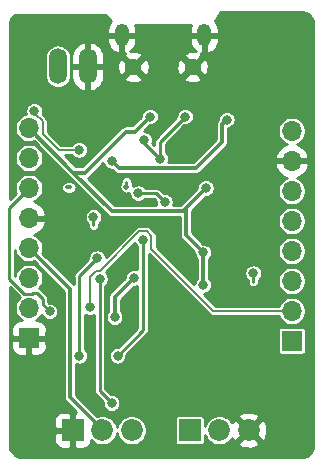
<source format=gbr>
G04 #@! TF.GenerationSoftware,KiCad,Pcbnew,(5.1.5)-3*
G04 #@! TF.CreationDate,2020-03-05T02:26:09+05:30*
G04 #@! TF.ProjectId,Pyrolight,5079726f-6c69-4676-9874-2e6b69636164,V1.0*
G04 #@! TF.SameCoordinates,Original*
G04 #@! TF.FileFunction,Copper,L2,Bot*
G04 #@! TF.FilePolarity,Positive*
%FSLAX46Y46*%
G04 Gerber Fmt 4.6, Leading zero omitted, Abs format (unit mm)*
G04 Created by KiCad (PCBNEW (5.1.5)-3) date 2020-03-05 02:26:09*
%MOMM*%
%LPD*%
G04 APERTURE LIST*
%ADD10O,1.510000X3.010000*%
%ADD11C,1.450000*%
%ADD12O,1.200000X1.900000*%
%ADD13R,1.700000X1.700000*%
%ADD14O,1.700000X1.700000*%
%ADD15R,1.850000X1.850000*%
%ADD16C,1.850000*%
%ADD17C,0.800000*%
%ADD18C,0.500000*%
%ADD19C,0.250000*%
%ADD20C,0.350000*%
%ADD21C,0.225000*%
%ADD22C,0.200000*%
%ADD23C,0.254000*%
G04 APERTURE END LIST*
D10*
X147940000Y-80120000D03*
X145400000Y-80120000D03*
D11*
X156800000Y-80182500D03*
X151800000Y-80182500D03*
D12*
X157800000Y-77482500D03*
X150800000Y-77482500D03*
D13*
X165200000Y-103370000D03*
D14*
X165200000Y-100830000D03*
X165200000Y-98290000D03*
X165200000Y-95750000D03*
X165200000Y-93210000D03*
X165200000Y-90670000D03*
X165200000Y-88130000D03*
X165200000Y-85590000D03*
X142950000Y-85340000D03*
X142950000Y-87880000D03*
X142950000Y-90420000D03*
X142950000Y-92960000D03*
X142950000Y-95500000D03*
X142950000Y-98040000D03*
X142950000Y-100580000D03*
D13*
X142950000Y-103120000D03*
D15*
X156560000Y-110920000D03*
D16*
X159060000Y-110920000D03*
X161560000Y-110920000D03*
X151660000Y-110920000D03*
X149160000Y-110920000D03*
D15*
X146660000Y-110920000D03*
D17*
X150450000Y-104620000D03*
X152614347Y-94784347D03*
X148413797Y-92870000D03*
X161950000Y-97620000D03*
D18*
X151200000Y-90295000D03*
D17*
X151450000Y-100370000D03*
X157417849Y-93663000D03*
X158200000Y-92119990D03*
D18*
X146450000Y-87870000D03*
X150200000Y-98120000D03*
X161918413Y-99338413D03*
X155941911Y-90583948D03*
X146950000Y-92120000D03*
X162950000Y-100120000D03*
D17*
X159700000Y-84620000D03*
X149950000Y-88120000D03*
X157700000Y-95870000D03*
X157700000Y-98620000D03*
X153200000Y-84370000D03*
X151843018Y-98010757D03*
X150203811Y-101344108D03*
X157926082Y-90419988D03*
X152200000Y-90870000D03*
X154450000Y-91594990D03*
X148119381Y-100524683D03*
X144700000Y-100870000D03*
X149950000Y-108620000D03*
X148950000Y-98120000D03*
X147200000Y-104620000D03*
X148724990Y-96370000D03*
X143400001Y-83870000D03*
X147189349Y-87191058D03*
X152700000Y-86370000D03*
X154047653Y-87967653D03*
X156175000Y-84370000D03*
D19*
X152614347Y-102455653D02*
X152614347Y-95350032D01*
X152614347Y-95350032D02*
X152614347Y-94784347D01*
X150450000Y-104620000D02*
X152614347Y-102455653D01*
X148413797Y-92870000D02*
X148413797Y-93583797D01*
X161950000Y-97620000D02*
X161950000Y-98370000D01*
X151200000Y-90295000D02*
X151200000Y-89870000D01*
D20*
X146450000Y-90370000D02*
X146200000Y-90370000D01*
X151450000Y-100370000D02*
X151450000Y-101370000D01*
D19*
X146450000Y-87870000D02*
X146950000Y-88370000D01*
X150200000Y-98120000D02*
X149950000Y-98370000D01*
X161918413Y-99338413D02*
X162168414Y-99088414D01*
D20*
X156295464Y-90583948D02*
X156509412Y-90370000D01*
X155941911Y-90583948D02*
X156295464Y-90583948D01*
X146950000Y-92120000D02*
X147450000Y-92120000D01*
D21*
X162700000Y-100120000D02*
X161918413Y-99338413D01*
X162950000Y-100120000D02*
X162700000Y-100120000D01*
D20*
X159300001Y-85019999D02*
X159300001Y-86519999D01*
X159700000Y-84620000D02*
X159300001Y-85019999D01*
X150572654Y-88742654D02*
X149950000Y-88120000D01*
X159300001Y-86519999D02*
X157077346Y-88742654D01*
X157077346Y-88742654D02*
X150572654Y-88742654D01*
X157700000Y-95870000D02*
X157700000Y-98620000D01*
X148350001Y-110070001D02*
X149200000Y-110920000D01*
X146424999Y-108144999D02*
X148350001Y-110070001D01*
X146424999Y-98974999D02*
X146424999Y-108144999D01*
X142950000Y-95500000D02*
X146424999Y-98974999D01*
X151924999Y-85645001D02*
X151174999Y-85645001D01*
X153200000Y-84370000D02*
X151924999Y-85645001D01*
X147700000Y-89120000D02*
X146700000Y-89120000D01*
X151174999Y-85645001D02*
X147700000Y-89120000D01*
X142950000Y-85340000D02*
X146700000Y-89120000D01*
X150203811Y-101344108D02*
X150203811Y-99649964D01*
X150203811Y-99649964D02*
X151843018Y-98010757D01*
X157526083Y-90819987D02*
X157926082Y-90419988D01*
X156227948Y-92118122D02*
X157526083Y-90819987D01*
X156227948Y-94397948D02*
X156227948Y-92118122D01*
X157700000Y-95870000D02*
X156227948Y-94397948D01*
X155976070Y-92370000D02*
X157926082Y-90419988D01*
X146700000Y-89120000D02*
X149980000Y-92370000D01*
X149980000Y-92370000D02*
X155976070Y-92370000D01*
D19*
X152200000Y-90870000D02*
X153725010Y-90870000D01*
X153725010Y-90870000D02*
X154450000Y-91594990D01*
X151740000Y-110920000D02*
X151740012Y-110920000D01*
D22*
X148119381Y-99958998D02*
X148119381Y-100524683D01*
X153314348Y-94448346D02*
X152950348Y-94084346D01*
X158575300Y-100830000D02*
X153314348Y-95569048D01*
X165200000Y-100830000D02*
X158575300Y-100830000D01*
X148942693Y-97419999D02*
X148613999Y-97419999D01*
X148119381Y-97914617D02*
X148119381Y-99958998D01*
X152278346Y-94084346D02*
X148942693Y-97419999D01*
X152950348Y-94084346D02*
X152278346Y-94084346D01*
X153314348Y-95569048D02*
X153314348Y-94448346D01*
X148613999Y-97419999D02*
X148119381Y-97914617D01*
D19*
X144125001Y-100295001D02*
X144700000Y-100870000D01*
X143609002Y-99279002D02*
X144125001Y-99795001D01*
X143264001Y-99279002D02*
X143609002Y-99279002D01*
X141275010Y-92094990D02*
X141275010Y-98104012D01*
X142540998Y-99370000D02*
X143173003Y-99370000D01*
X144125001Y-99795001D02*
X144125001Y-100295001D01*
X142950000Y-90420000D02*
X141275010Y-92094990D01*
X143173003Y-99370000D02*
X143264001Y-99279002D01*
X141275010Y-98104012D02*
X142540998Y-99370000D01*
X148950000Y-107620000D02*
X148950000Y-98685685D01*
X148950000Y-98685685D02*
X148950000Y-98120000D01*
X149950000Y-108620000D02*
X148950000Y-107620000D01*
X147200000Y-97894990D02*
X148724990Y-96370000D01*
X147200000Y-104620000D02*
X147200000Y-97894990D01*
D22*
X145455471Y-87191058D02*
X147189349Y-87191058D01*
X143400001Y-84189999D02*
X143502001Y-84189999D01*
X144100001Y-84787999D02*
X144100001Y-85824744D01*
X143400001Y-83870000D02*
X143400001Y-84189999D01*
X144100001Y-85824744D02*
X145455471Y-87191058D01*
X143502001Y-84189999D02*
X144100001Y-84787999D01*
D19*
X152700000Y-86370000D02*
X152700000Y-86620000D01*
X152700000Y-86620000D02*
X154047653Y-87967653D01*
X154047653Y-87967653D02*
X154047653Y-86497347D01*
X154047653Y-86497347D02*
X156175000Y-84370000D01*
D23*
G36*
X166193471Y-75542898D02*
G01*
X166365984Y-75594982D01*
X166464465Y-75644222D01*
X166551216Y-75690349D01*
X166701866Y-75813216D01*
X166825781Y-75963002D01*
X166918242Y-76134006D01*
X166975727Y-76319711D01*
X166998000Y-76531620D01*
X166998001Y-112200332D01*
X166977102Y-112413471D01*
X166920915Y-112599574D01*
X166829650Y-112771218D01*
X166706783Y-112921867D01*
X166556995Y-113045782D01*
X166465334Y-113095343D01*
X166369041Y-113143489D01*
X166200288Y-113195727D01*
X165988380Y-113218000D01*
X142319658Y-113218000D01*
X142145906Y-113200963D01*
X141775232Y-113015626D01*
X141400779Y-112641173D01*
X141381759Y-112605996D01*
X141327000Y-112429098D01*
X141327000Y-111845000D01*
X145096928Y-111845000D01*
X145109188Y-111969482D01*
X145145498Y-112089180D01*
X145204463Y-112199494D01*
X145283815Y-112296185D01*
X145380506Y-112375537D01*
X145490820Y-112434502D01*
X145610518Y-112470812D01*
X145735000Y-112483072D01*
X146374250Y-112480000D01*
X146533000Y-112321250D01*
X146533000Y-111047000D01*
X145258750Y-111047000D01*
X145100000Y-111205750D01*
X145096928Y-111845000D01*
X141327000Y-111845000D01*
X141327000Y-109995000D01*
X145096928Y-109995000D01*
X145100000Y-110634250D01*
X145258750Y-110793000D01*
X146533000Y-110793000D01*
X146533000Y-109518750D01*
X146374250Y-109360000D01*
X145735000Y-109356928D01*
X145610518Y-109369188D01*
X145490820Y-109405498D01*
X145380506Y-109464463D01*
X145283815Y-109543815D01*
X145204463Y-109640506D01*
X145145498Y-109750820D01*
X145109188Y-109870518D01*
X145096928Y-109995000D01*
X141327000Y-109995000D01*
X141327000Y-103970000D01*
X141461928Y-103970000D01*
X141474188Y-104094482D01*
X141510498Y-104214180D01*
X141569463Y-104324494D01*
X141648815Y-104421185D01*
X141745506Y-104500537D01*
X141855820Y-104559502D01*
X141975518Y-104595812D01*
X142100000Y-104608072D01*
X142664250Y-104605000D01*
X142823000Y-104446250D01*
X142823000Y-103247000D01*
X143077000Y-103247000D01*
X143077000Y-104446250D01*
X143235750Y-104605000D01*
X143800000Y-104608072D01*
X143924482Y-104595812D01*
X144044180Y-104559502D01*
X144154494Y-104500537D01*
X144251185Y-104421185D01*
X144330537Y-104324494D01*
X144389502Y-104214180D01*
X144425812Y-104094482D01*
X144438072Y-103970000D01*
X144435000Y-103405750D01*
X144276250Y-103247000D01*
X143077000Y-103247000D01*
X142823000Y-103247000D01*
X141623750Y-103247000D01*
X141465000Y-103405750D01*
X141461928Y-103970000D01*
X141327000Y-103970000D01*
X141327000Y-98830581D01*
X142163267Y-99666849D01*
X142016346Y-99813770D01*
X141884801Y-100010639D01*
X141794192Y-100229390D01*
X141748000Y-100461613D01*
X141748000Y-100698387D01*
X141794192Y-100930610D01*
X141884801Y-101149361D01*
X142016346Y-101346230D01*
X142183770Y-101513654D01*
X142362920Y-101633359D01*
X142100000Y-101631928D01*
X141975518Y-101644188D01*
X141855820Y-101680498D01*
X141745506Y-101739463D01*
X141648815Y-101818815D01*
X141569463Y-101915506D01*
X141510498Y-102025820D01*
X141474188Y-102145518D01*
X141461928Y-102270000D01*
X141465000Y-102834250D01*
X141623750Y-102993000D01*
X142823000Y-102993000D01*
X142823000Y-102973000D01*
X143077000Y-102973000D01*
X143077000Y-102993000D01*
X144276250Y-102993000D01*
X144435000Y-102834250D01*
X144438072Y-102270000D01*
X144425812Y-102145518D01*
X144389502Y-102025820D01*
X144330537Y-101915506D01*
X144251185Y-101818815D01*
X144154494Y-101739463D01*
X144044180Y-101680498D01*
X143924482Y-101644188D01*
X143800000Y-101631928D01*
X143537080Y-101633359D01*
X143716230Y-101513654D01*
X143883654Y-101346230D01*
X144006900Y-101161781D01*
X144033586Y-101226206D01*
X144115883Y-101349372D01*
X144220628Y-101454117D01*
X144343794Y-101536414D01*
X144480650Y-101593101D01*
X144625934Y-101622000D01*
X144774066Y-101622000D01*
X144919350Y-101593101D01*
X145056206Y-101536414D01*
X145179372Y-101454117D01*
X145284117Y-101349372D01*
X145366414Y-101226206D01*
X145423101Y-101089350D01*
X145452000Y-100944066D01*
X145452000Y-100795934D01*
X145423101Y-100650650D01*
X145366414Y-100513794D01*
X145284117Y-100390628D01*
X145179372Y-100285883D01*
X145056206Y-100203586D01*
X144919350Y-100146899D01*
X144774066Y-100118000D01*
X144625934Y-100118000D01*
X144623136Y-100118557D01*
X144602001Y-100097422D01*
X144602001Y-99818416D01*
X144604307Y-99795001D01*
X144602001Y-99771586D01*
X144602001Y-99771578D01*
X144595098Y-99701493D01*
X144567823Y-99611578D01*
X144523530Y-99528712D01*
X144478853Y-99474273D01*
X144478851Y-99474271D01*
X144463922Y-99456080D01*
X144445730Y-99441150D01*
X143962857Y-98958278D01*
X143947923Y-98940081D01*
X143875291Y-98880473D01*
X143832359Y-98857525D01*
X143883654Y-98806230D01*
X144015199Y-98609361D01*
X144105808Y-98390610D01*
X144152000Y-98158387D01*
X144152000Y-97921613D01*
X144105808Y-97689390D01*
X144015199Y-97470639D01*
X143883654Y-97273770D01*
X143716230Y-97106346D01*
X143519361Y-96974801D01*
X143300610Y-96884192D01*
X143068387Y-96838000D01*
X142831613Y-96838000D01*
X142599390Y-96884192D01*
X142380639Y-96974801D01*
X142183770Y-97106346D01*
X142016346Y-97273770D01*
X141884801Y-97470639D01*
X141794192Y-97689390D01*
X141752010Y-97901453D01*
X141752010Y-95638547D01*
X141794192Y-95850610D01*
X141884801Y-96069361D01*
X142016346Y-96266230D01*
X142183770Y-96433654D01*
X142380639Y-96565199D01*
X142599390Y-96655808D01*
X142831613Y-96702000D01*
X143068387Y-96702000D01*
X143300610Y-96655808D01*
X143342972Y-96638261D01*
X145897999Y-99193290D01*
X145898000Y-108119108D01*
X145895450Y-108144999D01*
X145905625Y-108248308D01*
X145935760Y-108347648D01*
X145935761Y-108347649D01*
X145984696Y-108439201D01*
X146050552Y-108519447D01*
X146070661Y-108535950D01*
X146920230Y-109385520D01*
X146787000Y-109518750D01*
X146787000Y-110793000D01*
X146807000Y-110793000D01*
X146807000Y-111047000D01*
X146787000Y-111047000D01*
X146787000Y-112321250D01*
X146945750Y-112480000D01*
X147585000Y-112483072D01*
X147709482Y-112470812D01*
X147829180Y-112434502D01*
X147939494Y-112375537D01*
X148036185Y-112296185D01*
X148115537Y-112199494D01*
X148174502Y-112089180D01*
X148210812Y-111969482D01*
X148223072Y-111845000D01*
X148222802Y-111788753D01*
X148345960Y-111911911D01*
X148555114Y-112051663D01*
X148787513Y-112147926D01*
X149034226Y-112197000D01*
X149285774Y-112197000D01*
X149532487Y-112147926D01*
X149764886Y-112051663D01*
X149974040Y-111911911D01*
X150151911Y-111734040D01*
X150291663Y-111524886D01*
X150387926Y-111292487D01*
X150410000Y-111181513D01*
X150432074Y-111292487D01*
X150528337Y-111524886D01*
X150668089Y-111734040D01*
X150845960Y-111911911D01*
X151055114Y-112051663D01*
X151287513Y-112147926D01*
X151534226Y-112197000D01*
X151785774Y-112197000D01*
X152032487Y-112147926D01*
X152264886Y-112051663D01*
X152474040Y-111911911D01*
X152651911Y-111734040D01*
X152791663Y-111524886D01*
X152887926Y-111292487D01*
X152937000Y-111045774D01*
X152937000Y-110794226D01*
X152887926Y-110547513D01*
X152791663Y-110315114D01*
X152651911Y-110105960D01*
X152540951Y-109995000D01*
X155281297Y-109995000D01*
X155281297Y-111845000D01*
X155288093Y-111914004D01*
X155308221Y-111980356D01*
X155340907Y-112041507D01*
X155384894Y-112095106D01*
X155438493Y-112139093D01*
X155499644Y-112171779D01*
X155565996Y-112191907D01*
X155635000Y-112198703D01*
X157485000Y-112198703D01*
X157554004Y-112191907D01*
X157620356Y-112171779D01*
X157681507Y-112139093D01*
X157735106Y-112095106D01*
X157779093Y-112041507D01*
X157811779Y-111980356D01*
X157831907Y-111914004D01*
X157838703Y-111845000D01*
X157838703Y-111308491D01*
X157928337Y-111524886D01*
X158068089Y-111734040D01*
X158245960Y-111911911D01*
X158455114Y-112051663D01*
X158687513Y-112147926D01*
X158934226Y-112197000D01*
X159185774Y-112197000D01*
X159432487Y-112147926D01*
X159664886Y-112051663D01*
X159739336Y-112001917D01*
X160657688Y-112001917D01*
X160744393Y-112258653D01*
X161021223Y-112392048D01*
X161318757Y-112468873D01*
X161625562Y-112486176D01*
X161929848Y-112443292D01*
X162219921Y-112341868D01*
X162375607Y-112258653D01*
X162462312Y-112001917D01*
X161560000Y-111099605D01*
X160657688Y-112001917D01*
X159739336Y-112001917D01*
X159874040Y-111911911D01*
X160051911Y-111734040D01*
X160145580Y-111593855D01*
X160221347Y-111735607D01*
X160478083Y-111822312D01*
X161380395Y-110920000D01*
X161739605Y-110920000D01*
X162641917Y-111822312D01*
X162898653Y-111735607D01*
X163032048Y-111458777D01*
X163108873Y-111161243D01*
X163126176Y-110854438D01*
X163083292Y-110550152D01*
X162981868Y-110260079D01*
X162898653Y-110104393D01*
X162641917Y-110017688D01*
X161739605Y-110920000D01*
X161380395Y-110920000D01*
X160478083Y-110017688D01*
X160221347Y-110104393D01*
X160149915Y-110252633D01*
X160051911Y-110105960D01*
X159874040Y-109928089D01*
X159739337Y-109838083D01*
X160657688Y-109838083D01*
X161560000Y-110740395D01*
X162462312Y-109838083D01*
X162375607Y-109581347D01*
X162098777Y-109447952D01*
X161801243Y-109371127D01*
X161494438Y-109353824D01*
X161190152Y-109396708D01*
X160900079Y-109498132D01*
X160744393Y-109581347D01*
X160657688Y-109838083D01*
X159739337Y-109838083D01*
X159664886Y-109788337D01*
X159432487Y-109692074D01*
X159185774Y-109643000D01*
X158934226Y-109643000D01*
X158687513Y-109692074D01*
X158455114Y-109788337D01*
X158245960Y-109928089D01*
X158068089Y-110105960D01*
X157928337Y-110315114D01*
X157838703Y-110531509D01*
X157838703Y-109995000D01*
X157831907Y-109925996D01*
X157811779Y-109859644D01*
X157779093Y-109798493D01*
X157735106Y-109744894D01*
X157681507Y-109700907D01*
X157620356Y-109668221D01*
X157554004Y-109648093D01*
X157485000Y-109641297D01*
X155635000Y-109641297D01*
X155565996Y-109648093D01*
X155499644Y-109668221D01*
X155438493Y-109700907D01*
X155384894Y-109744894D01*
X155340907Y-109798493D01*
X155308221Y-109859644D01*
X155288093Y-109925996D01*
X155281297Y-109995000D01*
X152540951Y-109995000D01*
X152474040Y-109928089D01*
X152264886Y-109788337D01*
X152032487Y-109692074D01*
X151785774Y-109643000D01*
X151534226Y-109643000D01*
X151287513Y-109692074D01*
X151055114Y-109788337D01*
X150845960Y-109928089D01*
X150668089Y-110105960D01*
X150528337Y-110315114D01*
X150432074Y-110547513D01*
X150410000Y-110658487D01*
X150387926Y-110547513D01*
X150291663Y-110315114D01*
X150151911Y-110105960D01*
X149974040Y-109928089D01*
X149764886Y-109788337D01*
X149532487Y-109692074D01*
X149285774Y-109643000D01*
X149034226Y-109643000D01*
X148787513Y-109692074D01*
X148737910Y-109712620D01*
X146951999Y-107926710D01*
X146951999Y-105331233D01*
X146980650Y-105343101D01*
X147125934Y-105372000D01*
X147274066Y-105372000D01*
X147419350Y-105343101D01*
X147556206Y-105286414D01*
X147679372Y-105204117D01*
X147784117Y-105099372D01*
X147866414Y-104976206D01*
X147923101Y-104839350D01*
X147952000Y-104694066D01*
X147952000Y-104545934D01*
X147923101Y-104400650D01*
X147866414Y-104263794D01*
X147784117Y-104140628D01*
X147679372Y-104035883D01*
X147677000Y-104034298D01*
X147677000Y-101133517D01*
X147763175Y-101191097D01*
X147900031Y-101247784D01*
X148045315Y-101276683D01*
X148193447Y-101276683D01*
X148338731Y-101247784D01*
X148473001Y-101192168D01*
X148473000Y-107596585D01*
X148470694Y-107620000D01*
X148473000Y-107643415D01*
X148473000Y-107643422D01*
X148479903Y-107713507D01*
X148507178Y-107803422D01*
X148551471Y-107886289D01*
X148611079Y-107958921D01*
X148629276Y-107973855D01*
X149198557Y-108543136D01*
X149198000Y-108545934D01*
X149198000Y-108694066D01*
X149226899Y-108839350D01*
X149283586Y-108976206D01*
X149365883Y-109099372D01*
X149470628Y-109204117D01*
X149593794Y-109286414D01*
X149730650Y-109343101D01*
X149875934Y-109372000D01*
X150024066Y-109372000D01*
X150169350Y-109343101D01*
X150306206Y-109286414D01*
X150429372Y-109204117D01*
X150534117Y-109099372D01*
X150616414Y-108976206D01*
X150673101Y-108839350D01*
X150702000Y-108694066D01*
X150702000Y-108545934D01*
X150673101Y-108400650D01*
X150616414Y-108263794D01*
X150534117Y-108140628D01*
X150429372Y-108035883D01*
X150306206Y-107953586D01*
X150169350Y-107896899D01*
X150024066Y-107868000D01*
X149875934Y-107868000D01*
X149873136Y-107868557D01*
X149427000Y-107422421D01*
X149427000Y-98705702D01*
X149429372Y-98704117D01*
X149534117Y-98599372D01*
X149616414Y-98476206D01*
X149673101Y-98339350D01*
X149702000Y-98194066D01*
X149702000Y-98045934D01*
X149673101Y-97900650D01*
X149616414Y-97763794D01*
X149534117Y-97640628D01*
X149447702Y-97554213D01*
X151922577Y-95079338D01*
X151947933Y-95140553D01*
X152030230Y-95263719D01*
X152134975Y-95368464D01*
X152137347Y-95370049D01*
X152137347Y-95373454D01*
X152137348Y-95373464D01*
X152137348Y-97318713D01*
X152062368Y-97287656D01*
X151917084Y-97258757D01*
X151768952Y-97258757D01*
X151623668Y-97287656D01*
X151486812Y-97344343D01*
X151363646Y-97426640D01*
X151258901Y-97531385D01*
X151176604Y-97654551D01*
X151119917Y-97791407D01*
X151091018Y-97936691D01*
X151091018Y-98017466D01*
X149849473Y-99259013D01*
X149829364Y-99275516D01*
X149773899Y-99343101D01*
X149763507Y-99355763D01*
X149714572Y-99447315D01*
X149684437Y-99546655D01*
X149674262Y-99649964D01*
X149676812Y-99675854D01*
X149676811Y-100807619D01*
X149619694Y-100864736D01*
X149537397Y-100987902D01*
X149480710Y-101124758D01*
X149451811Y-101270042D01*
X149451811Y-101418174D01*
X149480710Y-101563458D01*
X149537397Y-101700314D01*
X149619694Y-101823480D01*
X149724439Y-101928225D01*
X149847605Y-102010522D01*
X149984461Y-102067209D01*
X150129745Y-102096108D01*
X150277877Y-102096108D01*
X150423161Y-102067209D01*
X150560017Y-102010522D01*
X150683183Y-101928225D01*
X150787928Y-101823480D01*
X150870225Y-101700314D01*
X150926912Y-101563458D01*
X150955811Y-101418174D01*
X150955811Y-101270042D01*
X150926912Y-101124758D01*
X150870225Y-100987902D01*
X150787928Y-100864736D01*
X150730811Y-100807619D01*
X150730811Y-99868253D01*
X151836309Y-98762757D01*
X151917084Y-98762757D01*
X152062368Y-98733858D01*
X152137348Y-98702801D01*
X152137347Y-102258073D01*
X150526864Y-103868557D01*
X150524066Y-103868000D01*
X150375934Y-103868000D01*
X150230650Y-103896899D01*
X150093794Y-103953586D01*
X149970628Y-104035883D01*
X149865883Y-104140628D01*
X149783586Y-104263794D01*
X149726899Y-104400650D01*
X149698000Y-104545934D01*
X149698000Y-104694066D01*
X149726899Y-104839350D01*
X149783586Y-104976206D01*
X149865883Y-105099372D01*
X149970628Y-105204117D01*
X150093794Y-105286414D01*
X150230650Y-105343101D01*
X150375934Y-105372000D01*
X150524066Y-105372000D01*
X150669350Y-105343101D01*
X150806206Y-105286414D01*
X150929372Y-105204117D01*
X151034117Y-105099372D01*
X151116414Y-104976206D01*
X151173101Y-104839350D01*
X151202000Y-104694066D01*
X151202000Y-104545934D01*
X151201443Y-104543136D01*
X152935076Y-102809504D01*
X152953268Y-102794574D01*
X153012876Y-102721942D01*
X153057169Y-102639076D01*
X153084444Y-102549161D01*
X153087316Y-102520000D01*
X163996297Y-102520000D01*
X163996297Y-104220000D01*
X164003093Y-104289004D01*
X164023221Y-104355356D01*
X164055907Y-104416507D01*
X164099894Y-104470106D01*
X164153493Y-104514093D01*
X164214644Y-104546779D01*
X164280996Y-104566907D01*
X164350000Y-104573703D01*
X166050000Y-104573703D01*
X166119004Y-104566907D01*
X166185356Y-104546779D01*
X166246507Y-104514093D01*
X166300106Y-104470106D01*
X166344093Y-104416507D01*
X166376779Y-104355356D01*
X166396907Y-104289004D01*
X166403703Y-104220000D01*
X166403703Y-102520000D01*
X166396907Y-102450996D01*
X166376779Y-102384644D01*
X166344093Y-102323493D01*
X166300106Y-102269894D01*
X166246507Y-102225907D01*
X166185356Y-102193221D01*
X166119004Y-102173093D01*
X166050000Y-102166297D01*
X164350000Y-102166297D01*
X164280996Y-102173093D01*
X164214644Y-102193221D01*
X164153493Y-102225907D01*
X164099894Y-102269894D01*
X164055907Y-102323493D01*
X164023221Y-102384644D01*
X164003093Y-102450996D01*
X163996297Y-102520000D01*
X153087316Y-102520000D01*
X153091347Y-102479076D01*
X153091347Y-102479068D01*
X153093653Y-102455653D01*
X153091347Y-102432238D01*
X153091347Y-95985270D01*
X158239981Y-101133905D01*
X158254141Y-101151159D01*
X158322967Y-101207643D01*
X158398066Y-101247784D01*
X158401490Y-101249614D01*
X158486692Y-101275460D01*
X158575300Y-101284187D01*
X158597505Y-101282000D01*
X164086189Y-101282000D01*
X164134801Y-101399361D01*
X164266346Y-101596230D01*
X164433770Y-101763654D01*
X164630639Y-101895199D01*
X164849390Y-101985808D01*
X165081613Y-102032000D01*
X165318387Y-102032000D01*
X165550610Y-101985808D01*
X165769361Y-101895199D01*
X165966230Y-101763654D01*
X166133654Y-101596230D01*
X166265199Y-101399361D01*
X166355808Y-101180610D01*
X166402000Y-100948387D01*
X166402000Y-100711613D01*
X166355808Y-100479390D01*
X166265199Y-100260639D01*
X166133654Y-100063770D01*
X165966230Y-99896346D01*
X165769361Y-99764801D01*
X165550610Y-99674192D01*
X165318387Y-99628000D01*
X165081613Y-99628000D01*
X164849390Y-99674192D01*
X164630639Y-99764801D01*
X164433770Y-99896346D01*
X164266346Y-100063770D01*
X164134801Y-100260639D01*
X164086189Y-100378000D01*
X158762524Y-100378000D01*
X157756524Y-99372000D01*
X157774066Y-99372000D01*
X157919350Y-99343101D01*
X158056206Y-99286414D01*
X158179372Y-99204117D01*
X158284117Y-99099372D01*
X158366414Y-98976206D01*
X158423101Y-98839350D01*
X158452000Y-98694066D01*
X158452000Y-98545934D01*
X158423101Y-98400650D01*
X158366414Y-98263794D01*
X158284117Y-98140628D01*
X158227000Y-98083511D01*
X158227000Y-97545934D01*
X161198000Y-97545934D01*
X161198000Y-97694066D01*
X161226899Y-97839350D01*
X161283586Y-97976206D01*
X161365883Y-98099372D01*
X161470628Y-98204117D01*
X161473001Y-98205702D01*
X161473001Y-98393423D01*
X161479904Y-98463508D01*
X161507179Y-98553423D01*
X161551472Y-98636289D01*
X161611080Y-98708921D01*
X161683712Y-98768529D01*
X161766578Y-98812822D01*
X161856493Y-98840097D01*
X161950000Y-98849307D01*
X162043508Y-98840097D01*
X162133423Y-98812822D01*
X162216289Y-98768529D01*
X162288921Y-98708921D01*
X162348529Y-98636289D01*
X162392822Y-98553423D01*
X162420097Y-98463508D01*
X162427000Y-98393423D01*
X162427000Y-98205702D01*
X162429372Y-98204117D01*
X162461876Y-98171613D01*
X163998000Y-98171613D01*
X163998000Y-98408387D01*
X164044192Y-98640610D01*
X164134801Y-98859361D01*
X164266346Y-99056230D01*
X164433770Y-99223654D01*
X164630639Y-99355199D01*
X164849390Y-99445808D01*
X165081613Y-99492000D01*
X165318387Y-99492000D01*
X165550610Y-99445808D01*
X165769361Y-99355199D01*
X165966230Y-99223654D01*
X166133654Y-99056230D01*
X166265199Y-98859361D01*
X166355808Y-98640610D01*
X166402000Y-98408387D01*
X166402000Y-98171613D01*
X166355808Y-97939390D01*
X166265199Y-97720639D01*
X166133654Y-97523770D01*
X165966230Y-97356346D01*
X165769361Y-97224801D01*
X165550610Y-97134192D01*
X165318387Y-97088000D01*
X165081613Y-97088000D01*
X164849390Y-97134192D01*
X164630639Y-97224801D01*
X164433770Y-97356346D01*
X164266346Y-97523770D01*
X164134801Y-97720639D01*
X164044192Y-97939390D01*
X163998000Y-98171613D01*
X162461876Y-98171613D01*
X162534117Y-98099372D01*
X162616414Y-97976206D01*
X162673101Y-97839350D01*
X162702000Y-97694066D01*
X162702000Y-97545934D01*
X162673101Y-97400650D01*
X162616414Y-97263794D01*
X162534117Y-97140628D01*
X162429372Y-97035883D01*
X162306206Y-96953586D01*
X162169350Y-96896899D01*
X162024066Y-96868000D01*
X161875934Y-96868000D01*
X161730650Y-96896899D01*
X161593794Y-96953586D01*
X161470628Y-97035883D01*
X161365883Y-97140628D01*
X161283586Y-97263794D01*
X161226899Y-97400650D01*
X161198000Y-97545934D01*
X158227000Y-97545934D01*
X158227000Y-96406489D01*
X158284117Y-96349372D01*
X158366414Y-96226206D01*
X158423101Y-96089350D01*
X158452000Y-95944066D01*
X158452000Y-95795934D01*
X158423101Y-95650650D01*
X158415216Y-95631613D01*
X163998000Y-95631613D01*
X163998000Y-95868387D01*
X164044192Y-96100610D01*
X164134801Y-96319361D01*
X164266346Y-96516230D01*
X164433770Y-96683654D01*
X164630639Y-96815199D01*
X164849390Y-96905808D01*
X165081613Y-96952000D01*
X165318387Y-96952000D01*
X165550610Y-96905808D01*
X165769361Y-96815199D01*
X165966230Y-96683654D01*
X166133654Y-96516230D01*
X166265199Y-96319361D01*
X166355808Y-96100610D01*
X166402000Y-95868387D01*
X166402000Y-95631613D01*
X166355808Y-95399390D01*
X166265199Y-95180639D01*
X166133654Y-94983770D01*
X165966230Y-94816346D01*
X165769361Y-94684801D01*
X165550610Y-94594192D01*
X165318387Y-94548000D01*
X165081613Y-94548000D01*
X164849390Y-94594192D01*
X164630639Y-94684801D01*
X164433770Y-94816346D01*
X164266346Y-94983770D01*
X164134801Y-95180639D01*
X164044192Y-95399390D01*
X163998000Y-95631613D01*
X158415216Y-95631613D01*
X158366414Y-95513794D01*
X158284117Y-95390628D01*
X158179372Y-95285883D01*
X158056206Y-95203586D01*
X157919350Y-95146899D01*
X157774066Y-95118000D01*
X157693290Y-95118000D01*
X156754948Y-94179659D01*
X156754948Y-93091613D01*
X163998000Y-93091613D01*
X163998000Y-93328387D01*
X164044192Y-93560610D01*
X164134801Y-93779361D01*
X164266346Y-93976230D01*
X164433770Y-94143654D01*
X164630639Y-94275199D01*
X164849390Y-94365808D01*
X165081613Y-94412000D01*
X165318387Y-94412000D01*
X165550610Y-94365808D01*
X165769361Y-94275199D01*
X165966230Y-94143654D01*
X166133654Y-93976230D01*
X166265199Y-93779361D01*
X166355808Y-93560610D01*
X166402000Y-93328387D01*
X166402000Y-93091613D01*
X166355808Y-92859390D01*
X166265199Y-92640639D01*
X166133654Y-92443770D01*
X165966230Y-92276346D01*
X165769361Y-92144801D01*
X165550610Y-92054192D01*
X165318387Y-92008000D01*
X165081613Y-92008000D01*
X164849390Y-92054192D01*
X164630639Y-92144801D01*
X164433770Y-92276346D01*
X164266346Y-92443770D01*
X164134801Y-92640639D01*
X164044192Y-92859390D01*
X163998000Y-93091613D01*
X156754948Y-93091613D01*
X156754948Y-92336411D01*
X157248359Y-91843000D01*
X157917028Y-91174332D01*
X157919372Y-91171988D01*
X158000148Y-91171988D01*
X158145432Y-91143089D01*
X158282288Y-91086402D01*
X158405454Y-91004105D01*
X158510199Y-90899360D01*
X158592496Y-90776194D01*
X158649183Y-90639338D01*
X158678082Y-90494054D01*
X158678082Y-90345922D01*
X158649183Y-90200638D01*
X158592496Y-90063782D01*
X158510199Y-89940616D01*
X158405454Y-89835871D01*
X158282288Y-89753574D01*
X158145432Y-89696887D01*
X158000148Y-89667988D01*
X157852016Y-89667988D01*
X157706732Y-89696887D01*
X157569876Y-89753574D01*
X157446710Y-89835871D01*
X157341965Y-89940616D01*
X157259668Y-90063782D01*
X157202981Y-90200638D01*
X157174082Y-90345922D01*
X157174082Y-90426698D01*
X157171738Y-90429042D01*
X156486593Y-91114188D01*
X155873609Y-91727172D01*
X155853501Y-91743674D01*
X155836999Y-91763782D01*
X155757781Y-91843000D01*
X155161230Y-91843000D01*
X155173101Y-91814340D01*
X155202000Y-91669056D01*
X155202000Y-91520924D01*
X155173101Y-91375640D01*
X155116414Y-91238784D01*
X155034117Y-91115618D01*
X154929372Y-91010873D01*
X154806206Y-90928576D01*
X154669350Y-90871889D01*
X154524066Y-90842990D01*
X154375934Y-90842990D01*
X154373136Y-90843547D01*
X154078865Y-90549276D01*
X154063931Y-90531079D01*
X153991299Y-90471471D01*
X153908433Y-90427178D01*
X153818518Y-90399903D01*
X153748433Y-90393000D01*
X153748425Y-90393000D01*
X153725010Y-90390694D01*
X153701595Y-90393000D01*
X152785702Y-90393000D01*
X152784117Y-90390628D01*
X152679372Y-90285883D01*
X152556206Y-90203586D01*
X152419350Y-90146899D01*
X152274066Y-90118000D01*
X152125934Y-90118000D01*
X151980650Y-90146899D01*
X151843794Y-90203586D01*
X151801263Y-90232004D01*
X151778866Y-90119403D01*
X151733486Y-90009846D01*
X151677000Y-89925309D01*
X151677000Y-89846578D01*
X151670097Y-89776492D01*
X151642822Y-89686577D01*
X151598529Y-89603711D01*
X151538921Y-89531079D01*
X151466289Y-89471471D01*
X151383423Y-89427178D01*
X151293508Y-89399903D01*
X151200000Y-89390693D01*
X151106493Y-89399903D01*
X151016578Y-89427178D01*
X150933712Y-89471471D01*
X150861080Y-89531079D01*
X150801472Y-89603711D01*
X150757179Y-89686577D01*
X150729904Y-89776492D01*
X150723000Y-89846577D01*
X150723000Y-89925309D01*
X150666514Y-90009846D01*
X150621134Y-90119403D01*
X150598000Y-90235708D01*
X150598000Y-90354292D01*
X150621134Y-90470597D01*
X150666514Y-90580154D01*
X150732396Y-90678753D01*
X150816247Y-90762604D01*
X150914846Y-90828486D01*
X151024403Y-90873866D01*
X151140708Y-90897000D01*
X151259292Y-90897000D01*
X151375597Y-90873866D01*
X151448000Y-90843876D01*
X151448000Y-90944066D01*
X151476899Y-91089350D01*
X151533586Y-91226206D01*
X151615883Y-91349372D01*
X151720628Y-91454117D01*
X151843794Y-91536414D01*
X151980650Y-91593101D01*
X152125934Y-91622000D01*
X152274066Y-91622000D01*
X152419350Y-91593101D01*
X152556206Y-91536414D01*
X152679372Y-91454117D01*
X152784117Y-91349372D01*
X152785702Y-91347000D01*
X153527431Y-91347000D01*
X153698557Y-91518126D01*
X153698000Y-91520924D01*
X153698000Y-91669056D01*
X153726899Y-91814340D01*
X153738770Y-91843000D01*
X150196873Y-91843000D01*
X147928531Y-89595406D01*
X147994202Y-89560304D01*
X148074448Y-89494448D01*
X148090955Y-89474334D01*
X149226740Y-88338550D01*
X149226899Y-88339350D01*
X149283586Y-88476206D01*
X149365883Y-88599372D01*
X149470628Y-88704117D01*
X149593794Y-88786414D01*
X149730650Y-88843101D01*
X149875934Y-88872000D01*
X149956710Y-88872000D01*
X150181707Y-89096998D01*
X150198206Y-89117102D01*
X150278452Y-89182958D01*
X150370004Y-89231893D01*
X150469344Y-89262028D01*
X150572654Y-89272203D01*
X150598535Y-89269654D01*
X157051465Y-89269654D01*
X157077346Y-89272203D01*
X157103227Y-89269654D01*
X157180656Y-89262028D01*
X157279996Y-89231893D01*
X157371548Y-89182958D01*
X157451794Y-89117102D01*
X157468301Y-89096988D01*
X158078399Y-88486890D01*
X163758524Y-88486890D01*
X163803175Y-88634099D01*
X163928359Y-88896920D01*
X164102412Y-89130269D01*
X164318645Y-89325178D01*
X164568748Y-89474157D01*
X164771989Y-89546252D01*
X164630639Y-89604801D01*
X164433770Y-89736346D01*
X164266346Y-89903770D01*
X164134801Y-90100639D01*
X164044192Y-90319390D01*
X163998000Y-90551613D01*
X163998000Y-90788387D01*
X164044192Y-91020610D01*
X164134801Y-91239361D01*
X164266346Y-91436230D01*
X164433770Y-91603654D01*
X164630639Y-91735199D01*
X164849390Y-91825808D01*
X165081613Y-91872000D01*
X165318387Y-91872000D01*
X165550610Y-91825808D01*
X165769361Y-91735199D01*
X165966230Y-91603654D01*
X166133654Y-91436230D01*
X166265199Y-91239361D01*
X166355808Y-91020610D01*
X166402000Y-90788387D01*
X166402000Y-90551613D01*
X166355808Y-90319390D01*
X166265199Y-90100639D01*
X166133654Y-89903770D01*
X165966230Y-89736346D01*
X165769361Y-89604801D01*
X165628011Y-89546252D01*
X165831252Y-89474157D01*
X166081355Y-89325178D01*
X166297588Y-89130269D01*
X166471641Y-88896920D01*
X166596825Y-88634099D01*
X166641476Y-88486890D01*
X166520155Y-88257000D01*
X165327000Y-88257000D01*
X165327000Y-88277000D01*
X165073000Y-88277000D01*
X165073000Y-88257000D01*
X163879845Y-88257000D01*
X163758524Y-88486890D01*
X158078399Y-88486890D01*
X158792179Y-87773110D01*
X163758524Y-87773110D01*
X163879845Y-88003000D01*
X165073000Y-88003000D01*
X165073000Y-87983000D01*
X165327000Y-87983000D01*
X165327000Y-88003000D01*
X166520155Y-88003000D01*
X166641476Y-87773110D01*
X166596825Y-87625901D01*
X166471641Y-87363080D01*
X166297588Y-87129731D01*
X166081355Y-86934822D01*
X165831252Y-86785843D01*
X165628011Y-86713748D01*
X165769361Y-86655199D01*
X165966230Y-86523654D01*
X166133654Y-86356230D01*
X166265199Y-86159361D01*
X166355808Y-85940610D01*
X166402000Y-85708387D01*
X166402000Y-85471613D01*
X166355808Y-85239390D01*
X166265199Y-85020639D01*
X166133654Y-84823770D01*
X165966230Y-84656346D01*
X165769361Y-84524801D01*
X165550610Y-84434192D01*
X165318387Y-84388000D01*
X165081613Y-84388000D01*
X164849390Y-84434192D01*
X164630639Y-84524801D01*
X164433770Y-84656346D01*
X164266346Y-84823770D01*
X164134801Y-85020639D01*
X164044192Y-85239390D01*
X163998000Y-85471613D01*
X163998000Y-85708387D01*
X164044192Y-85940610D01*
X164134801Y-86159361D01*
X164266346Y-86356230D01*
X164433770Y-86523654D01*
X164630639Y-86655199D01*
X164771989Y-86713748D01*
X164568748Y-86785843D01*
X164318645Y-86934822D01*
X164102412Y-87129731D01*
X163928359Y-87363080D01*
X163803175Y-87625901D01*
X163758524Y-87773110D01*
X158792179Y-87773110D01*
X159654345Y-86910945D01*
X159674449Y-86894447D01*
X159740305Y-86814201D01*
X159789240Y-86722649D01*
X159819375Y-86623309D01*
X159827001Y-86545880D01*
X159829550Y-86519999D01*
X159827001Y-86494118D01*
X159827001Y-85361470D01*
X159919350Y-85343101D01*
X160056206Y-85286414D01*
X160179372Y-85204117D01*
X160284117Y-85099372D01*
X160366414Y-84976206D01*
X160423101Y-84839350D01*
X160452000Y-84694066D01*
X160452000Y-84545934D01*
X160423101Y-84400650D01*
X160366414Y-84263794D01*
X160284117Y-84140628D01*
X160179372Y-84035883D01*
X160056206Y-83953586D01*
X159919350Y-83896899D01*
X159774066Y-83868000D01*
X159625934Y-83868000D01*
X159480650Y-83896899D01*
X159343794Y-83953586D01*
X159220628Y-84035883D01*
X159115883Y-84140628D01*
X159033586Y-84263794D01*
X158976899Y-84400650D01*
X158948000Y-84545934D01*
X158948000Y-84626711D01*
X158945667Y-84629044D01*
X158925553Y-84645551D01*
X158859697Y-84725797D01*
X158838319Y-84765794D01*
X158810762Y-84817350D01*
X158780627Y-84916690D01*
X158770452Y-85019999D01*
X158773001Y-85045880D01*
X158773002Y-86301707D01*
X156859057Y-88215654D01*
X154758886Y-88215654D01*
X154770754Y-88187003D01*
X154799653Y-88041719D01*
X154799653Y-87893587D01*
X154770754Y-87748303D01*
X154714067Y-87611447D01*
X154631770Y-87488281D01*
X154527025Y-87383536D01*
X154524653Y-87381951D01*
X154524653Y-86694926D01*
X156098136Y-85121443D01*
X156100934Y-85122000D01*
X156249066Y-85122000D01*
X156394350Y-85093101D01*
X156531206Y-85036414D01*
X156654372Y-84954117D01*
X156759117Y-84849372D01*
X156841414Y-84726206D01*
X156898101Y-84589350D01*
X156927000Y-84444066D01*
X156927000Y-84295934D01*
X156898101Y-84150650D01*
X156841414Y-84013794D01*
X156759117Y-83890628D01*
X156654372Y-83785883D01*
X156531206Y-83703586D01*
X156394350Y-83646899D01*
X156249066Y-83618000D01*
X156100934Y-83618000D01*
X155955650Y-83646899D01*
X155818794Y-83703586D01*
X155695628Y-83785883D01*
X155590883Y-83890628D01*
X155508586Y-84013794D01*
X155451899Y-84150650D01*
X155423000Y-84295934D01*
X155423000Y-84444066D01*
X155423557Y-84446864D01*
X153726924Y-86143497D01*
X153708733Y-86158426D01*
X153693804Y-86176617D01*
X153693801Y-86176620D01*
X153685630Y-86186577D01*
X153649125Y-86231058D01*
X153642016Y-86244358D01*
X153604831Y-86313925D01*
X153577556Y-86403840D01*
X153568347Y-86497347D01*
X153570654Y-86520772D01*
X153570654Y-86816074D01*
X153399912Y-86645333D01*
X153423101Y-86589350D01*
X153452000Y-86444066D01*
X153452000Y-86295934D01*
X153423101Y-86150650D01*
X153366414Y-86013794D01*
X153284117Y-85890628D01*
X153179372Y-85785883D01*
X153056206Y-85703586D01*
X152919350Y-85646899D01*
X152774066Y-85618000D01*
X152697290Y-85618000D01*
X153193290Y-85122000D01*
X153274066Y-85122000D01*
X153419350Y-85093101D01*
X153556206Y-85036414D01*
X153679372Y-84954117D01*
X153784117Y-84849372D01*
X153866414Y-84726206D01*
X153923101Y-84589350D01*
X153952000Y-84444066D01*
X153952000Y-84295934D01*
X153923101Y-84150650D01*
X153866414Y-84013794D01*
X153784117Y-83890628D01*
X153679372Y-83785883D01*
X153556206Y-83703586D01*
X153419350Y-83646899D01*
X153274066Y-83618000D01*
X153125934Y-83618000D01*
X152980650Y-83646899D01*
X152843794Y-83703586D01*
X152720628Y-83785883D01*
X152615883Y-83890628D01*
X152533586Y-84013794D01*
X152476899Y-84150650D01*
X152448000Y-84295934D01*
X152448000Y-84376710D01*
X151706710Y-85118001D01*
X151200880Y-85118001D01*
X151174999Y-85115452D01*
X151149118Y-85118001D01*
X151071689Y-85125627D01*
X150972349Y-85155762D01*
X150880797Y-85204697D01*
X150800551Y-85270553D01*
X150784053Y-85290656D01*
X147481711Y-88593000D01*
X146919522Y-88593000D01*
X145977119Y-87643058D01*
X146586943Y-87643058D01*
X146605232Y-87670430D01*
X146709977Y-87775175D01*
X146833143Y-87857472D01*
X146969999Y-87914159D01*
X147115283Y-87943058D01*
X147263415Y-87943058D01*
X147408699Y-87914159D01*
X147545555Y-87857472D01*
X147668721Y-87775175D01*
X147773466Y-87670430D01*
X147855763Y-87547264D01*
X147912450Y-87410408D01*
X147941349Y-87265124D01*
X147941349Y-87116992D01*
X147912450Y-86971708D01*
X147855763Y-86834852D01*
X147773466Y-86711686D01*
X147668721Y-86606941D01*
X147545555Y-86524644D01*
X147408699Y-86467957D01*
X147263415Y-86439058D01*
X147115283Y-86439058D01*
X146969999Y-86467957D01*
X146833143Y-86524644D01*
X146709977Y-86606941D01*
X146605232Y-86711686D01*
X146586943Y-86739058D01*
X145643751Y-86739058D01*
X144552001Y-85638574D01*
X144552001Y-84810204D01*
X144554188Y-84787999D01*
X144545461Y-84699391D01*
X144519615Y-84614189D01*
X144506338Y-84589350D01*
X144477644Y-84535666D01*
X144421160Y-84466840D01*
X144403907Y-84452681D01*
X144098931Y-84147705D01*
X144123102Y-84089350D01*
X144152001Y-83944066D01*
X144152001Y-83795934D01*
X144123102Y-83650650D01*
X144066415Y-83513794D01*
X143984118Y-83390628D01*
X143879373Y-83285883D01*
X143756207Y-83203586D01*
X143619351Y-83146899D01*
X143474067Y-83118000D01*
X143325935Y-83118000D01*
X143180651Y-83146899D01*
X143043795Y-83203586D01*
X142920629Y-83285883D01*
X142815884Y-83390628D01*
X142733587Y-83513794D01*
X142676900Y-83650650D01*
X142648001Y-83795934D01*
X142648001Y-83944066D01*
X142676900Y-84089350D01*
X142707294Y-84162729D01*
X142599390Y-84184192D01*
X142380639Y-84274801D01*
X142183770Y-84406346D01*
X142016346Y-84573770D01*
X141884801Y-84770639D01*
X141794192Y-84989390D01*
X141748000Y-85221613D01*
X141748000Y-85458387D01*
X141794192Y-85690610D01*
X141884801Y-85909361D01*
X142016346Y-86106230D01*
X142183770Y-86273654D01*
X142380639Y-86405199D01*
X142599390Y-86495808D01*
X142831613Y-86542000D01*
X143068387Y-86542000D01*
X143300610Y-86495808D01*
X143338661Y-86480047D01*
X146308382Y-89473526D01*
X146325552Y-89494448D01*
X146346606Y-89511727D01*
X149589819Y-92725277D01*
X149605552Y-92744448D01*
X149626599Y-92761721D01*
X149627455Y-92762569D01*
X149646521Y-92778070D01*
X149685798Y-92810304D01*
X149686876Y-92810880D01*
X149687824Y-92811651D01*
X149732648Y-92835345D01*
X149777350Y-92859239D01*
X149778519Y-92859594D01*
X149779600Y-92860165D01*
X149828177Y-92874657D01*
X149876690Y-92889374D01*
X149877907Y-92889494D01*
X149879077Y-92889843D01*
X149929499Y-92894575D01*
X149954119Y-92897000D01*
X149955336Y-92897000D01*
X149982432Y-92899543D01*
X150007091Y-92897000D01*
X155700949Y-92897000D01*
X155700948Y-94372067D01*
X155698399Y-94397948D01*
X155700948Y-94423828D01*
X155708574Y-94501257D01*
X155738709Y-94600597D01*
X155787644Y-94692150D01*
X155853500Y-94772396D01*
X155873614Y-94788903D01*
X156948000Y-95863290D01*
X156948000Y-95944066D01*
X156976899Y-96089350D01*
X157033586Y-96226206D01*
X157115883Y-96349372D01*
X157173000Y-96406489D01*
X157173001Y-98083510D01*
X157115883Y-98140628D01*
X157033586Y-98263794D01*
X156976899Y-98400650D01*
X156948000Y-98545934D01*
X156948000Y-98563476D01*
X153766348Y-95381825D01*
X153766348Y-94470551D01*
X153768535Y-94448346D01*
X153759808Y-94359738D01*
X153733962Y-94274536D01*
X153725206Y-94258155D01*
X153691991Y-94196013D01*
X153635507Y-94127187D01*
X153618253Y-94113027D01*
X153285671Y-93780446D01*
X153271507Y-93763187D01*
X153202681Y-93706703D01*
X153124158Y-93664732D01*
X153038955Y-93638886D01*
X152972553Y-93632346D01*
X152950348Y-93630159D01*
X152928143Y-93632346D01*
X152300551Y-93632346D01*
X152278346Y-93630159D01*
X152189738Y-93638886D01*
X152104536Y-93664732D01*
X152026013Y-93706703D01*
X151957187Y-93763187D01*
X151943027Y-93780441D01*
X149468785Y-96254684D01*
X149448091Y-96150650D01*
X149391404Y-96013794D01*
X149309107Y-95890628D01*
X149204362Y-95785883D01*
X149081196Y-95703586D01*
X148944340Y-95646899D01*
X148799056Y-95618000D01*
X148650924Y-95618000D01*
X148505640Y-95646899D01*
X148368784Y-95703586D01*
X148245618Y-95785883D01*
X148140873Y-95890628D01*
X148058576Y-96013794D01*
X148001889Y-96150650D01*
X147972990Y-96295934D01*
X147972990Y-96444066D01*
X147973547Y-96446864D01*
X146879271Y-97541140D01*
X146861080Y-97556069D01*
X146801472Y-97628701D01*
X146783521Y-97662285D01*
X146757178Y-97711568D01*
X146729903Y-97801483D01*
X146720694Y-97894990D01*
X146723001Y-97918415D01*
X146723001Y-98527710D01*
X144088261Y-95892972D01*
X144105808Y-95850610D01*
X144152000Y-95618387D01*
X144152000Y-95381613D01*
X144105808Y-95149390D01*
X144015199Y-94930639D01*
X143883654Y-94733770D01*
X143716230Y-94566346D01*
X143519361Y-94434801D01*
X143378011Y-94376252D01*
X143581252Y-94304157D01*
X143831355Y-94155178D01*
X144047588Y-93960269D01*
X144221641Y-93726920D01*
X144346825Y-93464099D01*
X144391476Y-93316890D01*
X144270155Y-93087000D01*
X143077000Y-93087000D01*
X143077000Y-93107000D01*
X142823000Y-93107000D01*
X142823000Y-93087000D01*
X142803000Y-93087000D01*
X142803000Y-92833000D01*
X142823000Y-92833000D01*
X142823000Y-92813000D01*
X143077000Y-92813000D01*
X143077000Y-92833000D01*
X144270155Y-92833000D01*
X144289716Y-92795934D01*
X147661797Y-92795934D01*
X147661797Y-92944066D01*
X147690696Y-93089350D01*
X147747383Y-93226206D01*
X147829680Y-93349372D01*
X147934425Y-93454117D01*
X147936798Y-93455702D01*
X147936798Y-93607220D01*
X147943701Y-93677305D01*
X147970976Y-93767220D01*
X148015269Y-93850086D01*
X148074877Y-93922718D01*
X148147509Y-93982326D01*
X148230375Y-94026619D01*
X148320290Y-94053894D01*
X148413797Y-94063104D01*
X148507305Y-94053894D01*
X148597220Y-94026619D01*
X148680086Y-93982326D01*
X148752718Y-93922718D01*
X148812326Y-93850086D01*
X148856619Y-93767220D01*
X148883894Y-93677305D01*
X148890797Y-93607220D01*
X148890797Y-93455702D01*
X148893169Y-93454117D01*
X148997914Y-93349372D01*
X149080211Y-93226206D01*
X149136898Y-93089350D01*
X149165797Y-92944066D01*
X149165797Y-92795934D01*
X149136898Y-92650650D01*
X149080211Y-92513794D01*
X148997914Y-92390628D01*
X148893169Y-92285883D01*
X148770003Y-92203586D01*
X148633147Y-92146899D01*
X148487863Y-92118000D01*
X148339731Y-92118000D01*
X148194447Y-92146899D01*
X148057591Y-92203586D01*
X147934425Y-92285883D01*
X147829680Y-92390628D01*
X147747383Y-92513794D01*
X147690696Y-92650650D01*
X147661797Y-92795934D01*
X144289716Y-92795934D01*
X144391476Y-92603110D01*
X144346825Y-92455901D01*
X144221641Y-92193080D01*
X144047588Y-91959731D01*
X143831355Y-91764822D01*
X143581252Y-91615843D01*
X143378011Y-91543748D01*
X143519361Y-91485199D01*
X143716230Y-91353654D01*
X143883654Y-91186230D01*
X144015199Y-90989361D01*
X144105808Y-90770610D01*
X144152000Y-90538387D01*
X144152000Y-90370000D01*
X145670451Y-90370000D01*
X145680626Y-90473310D01*
X145710761Y-90572650D01*
X145759696Y-90664202D01*
X145825552Y-90744448D01*
X145905798Y-90810304D01*
X145997350Y-90859239D01*
X146096690Y-90889374D01*
X146174119Y-90897000D01*
X146475881Y-90897000D01*
X146553310Y-90889374D01*
X146652650Y-90859239D01*
X146744202Y-90810304D01*
X146824448Y-90744448D01*
X146890304Y-90664202D01*
X146939239Y-90572650D01*
X146969374Y-90473310D01*
X146979549Y-90370000D01*
X146969374Y-90266690D01*
X146939239Y-90167350D01*
X146890304Y-90075798D01*
X146824448Y-89995552D01*
X146744202Y-89929696D01*
X146652650Y-89880761D01*
X146553310Y-89850626D01*
X146475881Y-89843000D01*
X146174119Y-89843000D01*
X146096690Y-89850626D01*
X145997350Y-89880761D01*
X145905798Y-89929696D01*
X145825552Y-89995552D01*
X145759696Y-90075798D01*
X145710761Y-90167350D01*
X145680626Y-90266690D01*
X145670451Y-90370000D01*
X144152000Y-90370000D01*
X144152000Y-90301613D01*
X144105808Y-90069390D01*
X144015199Y-89850639D01*
X143883654Y-89653770D01*
X143716230Y-89486346D01*
X143519361Y-89354801D01*
X143300610Y-89264192D01*
X143068387Y-89218000D01*
X142831613Y-89218000D01*
X142599390Y-89264192D01*
X142380639Y-89354801D01*
X142183770Y-89486346D01*
X142016346Y-89653770D01*
X141884801Y-89850639D01*
X141794192Y-90069390D01*
X141748000Y-90301613D01*
X141748000Y-90538387D01*
X141794192Y-90770610D01*
X141832449Y-90862971D01*
X141327000Y-91368421D01*
X141327000Y-87761613D01*
X141748000Y-87761613D01*
X141748000Y-87998387D01*
X141794192Y-88230610D01*
X141884801Y-88449361D01*
X142016346Y-88646230D01*
X142183770Y-88813654D01*
X142380639Y-88945199D01*
X142599390Y-89035808D01*
X142831613Y-89082000D01*
X143068387Y-89082000D01*
X143300610Y-89035808D01*
X143519361Y-88945199D01*
X143716230Y-88813654D01*
X143883654Y-88646230D01*
X144015199Y-88449361D01*
X144105808Y-88230610D01*
X144152000Y-87998387D01*
X144152000Y-87761613D01*
X144105808Y-87529390D01*
X144015199Y-87310639D01*
X143883654Y-87113770D01*
X143716230Y-86946346D01*
X143519361Y-86814801D01*
X143300610Y-86724192D01*
X143068387Y-86678000D01*
X142831613Y-86678000D01*
X142599390Y-86724192D01*
X142380639Y-86814801D01*
X142183770Y-86946346D01*
X142016346Y-87113770D01*
X141884801Y-87310639D01*
X141794192Y-87529390D01*
X141748000Y-87761613D01*
X141327000Y-87761613D01*
X141327000Y-79315622D01*
X144293000Y-79315622D01*
X144293000Y-80924379D01*
X144309018Y-81087010D01*
X144372318Y-81295680D01*
X144475111Y-81487992D01*
X144613447Y-81656554D01*
X144782009Y-81794890D01*
X144974321Y-81897683D01*
X145182991Y-81960982D01*
X145400000Y-81982356D01*
X145617010Y-81960982D01*
X145825680Y-81897683D01*
X146017992Y-81794890D01*
X146186554Y-81656554D01*
X146324890Y-81487992D01*
X146427683Y-81295680D01*
X146490982Y-81087010D01*
X146507000Y-80924379D01*
X146507000Y-80247000D01*
X146550000Y-80247000D01*
X146550000Y-80997000D01*
X146601485Y-81265735D01*
X146704408Y-81519262D01*
X146854814Y-81747839D01*
X147046923Y-81942681D01*
X147273353Y-82096300D01*
X147525402Y-82202793D01*
X147598029Y-82217277D01*
X147813000Y-82094683D01*
X147813000Y-80247000D01*
X148067000Y-80247000D01*
X148067000Y-82094683D01*
X148281971Y-82217277D01*
X148354598Y-82202793D01*
X148606647Y-82096300D01*
X148833077Y-81942681D01*
X149025186Y-81747839D01*
X149175592Y-81519262D01*
X149278515Y-81265735D01*
X149306122Y-81121633D01*
X151040472Y-81121633D01*
X151102965Y-81357950D01*
X151345678Y-81471350D01*
X151605849Y-81535219D01*
X151873482Y-81547104D01*
X152138291Y-81506548D01*
X152390100Y-81415109D01*
X152497035Y-81357950D01*
X152559528Y-81121633D01*
X156040472Y-81121633D01*
X156102965Y-81357950D01*
X156345678Y-81471350D01*
X156605849Y-81535219D01*
X156873482Y-81547104D01*
X157138291Y-81506548D01*
X157390100Y-81415109D01*
X157497035Y-81357950D01*
X157559528Y-81121633D01*
X156800000Y-80362105D01*
X156040472Y-81121633D01*
X152559528Y-81121633D01*
X151800000Y-80362105D01*
X151040472Y-81121633D01*
X149306122Y-81121633D01*
X149330000Y-80997000D01*
X149330000Y-80255982D01*
X150435396Y-80255982D01*
X150475952Y-80520791D01*
X150567391Y-80772600D01*
X150624550Y-80879535D01*
X150860867Y-80942028D01*
X151620395Y-80182500D01*
X151979605Y-80182500D01*
X152739133Y-80942028D01*
X152975450Y-80879535D01*
X153088850Y-80636822D01*
X153152719Y-80376651D01*
X153158077Y-80255982D01*
X155435396Y-80255982D01*
X155475952Y-80520791D01*
X155567391Y-80772600D01*
X155624550Y-80879535D01*
X155860867Y-80942028D01*
X156620395Y-80182500D01*
X156979605Y-80182500D01*
X157739133Y-80942028D01*
X157975450Y-80879535D01*
X158088850Y-80636822D01*
X158152719Y-80376651D01*
X158164604Y-80109018D01*
X158124048Y-79844209D01*
X158032609Y-79592400D01*
X157975450Y-79485465D01*
X157739133Y-79422972D01*
X156979605Y-80182500D01*
X156620395Y-80182500D01*
X155860867Y-79422972D01*
X155624550Y-79485465D01*
X155511150Y-79728178D01*
X155447281Y-79988349D01*
X155435396Y-80255982D01*
X153158077Y-80255982D01*
X153164604Y-80109018D01*
X153124048Y-79844209D01*
X153032609Y-79592400D01*
X152975450Y-79485465D01*
X152739133Y-79422972D01*
X151979605Y-80182500D01*
X151620395Y-80182500D01*
X150860867Y-79422972D01*
X150624550Y-79485465D01*
X150511150Y-79728178D01*
X150447281Y-79988349D01*
X150435396Y-80255982D01*
X149330000Y-80255982D01*
X149330000Y-80247000D01*
X148067000Y-80247000D01*
X147813000Y-80247000D01*
X146550000Y-80247000D01*
X146507000Y-80247000D01*
X146507000Y-79315621D01*
X146499848Y-79243000D01*
X146550000Y-79243000D01*
X146550000Y-79993000D01*
X147813000Y-79993000D01*
X147813000Y-78145317D01*
X148067000Y-78145317D01*
X148067000Y-79993000D01*
X149330000Y-79993000D01*
X149330000Y-79243000D01*
X149278515Y-78974265D01*
X149175592Y-78720738D01*
X149025186Y-78492161D01*
X148833077Y-78297319D01*
X148606647Y-78143700D01*
X148354598Y-78037207D01*
X148281971Y-78022723D01*
X148067000Y-78145317D01*
X147813000Y-78145317D01*
X147598029Y-78022723D01*
X147525402Y-78037207D01*
X147273353Y-78143700D01*
X147046923Y-78297319D01*
X146854814Y-78492161D01*
X146704408Y-78720738D01*
X146601485Y-78974265D01*
X146550000Y-79243000D01*
X146499848Y-79243000D01*
X146490982Y-79152990D01*
X146427683Y-78944320D01*
X146324890Y-78752008D01*
X146186554Y-78583446D01*
X146017992Y-78445110D01*
X145825679Y-78342317D01*
X145617009Y-78279018D01*
X145400000Y-78257644D01*
X145182990Y-78279018D01*
X144974320Y-78342317D01*
X144782008Y-78445110D01*
X144613446Y-78583446D01*
X144475110Y-78752008D01*
X144372317Y-78944321D01*
X144309018Y-79152991D01*
X144293000Y-79315622D01*
X141327000Y-79315622D01*
X141327000Y-77609500D01*
X149565000Y-77609500D01*
X149565000Y-77959500D01*
X149613507Y-78197996D01*
X149707610Y-78422446D01*
X149843693Y-78624225D01*
X150016526Y-78795578D01*
X150219467Y-78929921D01*
X150444718Y-79022091D01*
X150482391Y-79025962D01*
X150673000Y-78901231D01*
X150673000Y-77609500D01*
X150927000Y-77609500D01*
X150927000Y-78901231D01*
X151100862Y-79015003D01*
X151040472Y-79243367D01*
X151800000Y-80002895D01*
X152559528Y-79243367D01*
X156040472Y-79243367D01*
X156800000Y-80002895D01*
X157559528Y-79243367D01*
X157499138Y-79015003D01*
X157673000Y-78901231D01*
X157673000Y-77609500D01*
X157927000Y-77609500D01*
X157927000Y-78901231D01*
X158117609Y-79025962D01*
X158155282Y-79022091D01*
X158380533Y-78929921D01*
X158583474Y-78795578D01*
X158756307Y-78624225D01*
X158892390Y-78422446D01*
X158986493Y-78197996D01*
X159035000Y-77959500D01*
X159035000Y-77609500D01*
X157927000Y-77609500D01*
X157673000Y-77609500D01*
X156565000Y-77609500D01*
X156565000Y-77959500D01*
X156613507Y-78197996D01*
X156707610Y-78422446D01*
X156843693Y-78624225D01*
X157016526Y-78795578D01*
X157111836Y-78858671D01*
X156994151Y-78829781D01*
X156726518Y-78817896D01*
X156461709Y-78858452D01*
X156209900Y-78949891D01*
X156102965Y-79007050D01*
X156040472Y-79243367D01*
X152559528Y-79243367D01*
X152497035Y-79007050D01*
X152254322Y-78893650D01*
X151994151Y-78829781D01*
X151726518Y-78817896D01*
X151496558Y-78853115D01*
X151583474Y-78795578D01*
X151756307Y-78624225D01*
X151892390Y-78422446D01*
X151986493Y-78197996D01*
X152035000Y-77959500D01*
X152035000Y-77609500D01*
X150927000Y-77609500D01*
X150673000Y-77609500D01*
X149565000Y-77609500D01*
X141327000Y-77609500D01*
X141327000Y-76399980D01*
X141554374Y-75945232D01*
X141752606Y-75747000D01*
X149397394Y-75747000D01*
X149917748Y-76267354D01*
X149843693Y-76340775D01*
X149707610Y-76542554D01*
X149613507Y-76767004D01*
X149565000Y-77005500D01*
X149565000Y-77355500D01*
X150673000Y-77355500D01*
X150673000Y-77335500D01*
X150927000Y-77335500D01*
X150927000Y-77355500D01*
X152035000Y-77355500D01*
X152035000Y-77005500D01*
X151986493Y-76767004D01*
X151925699Y-76622000D01*
X156674301Y-76622000D01*
X156613507Y-76767004D01*
X156565000Y-77005500D01*
X156565000Y-77355500D01*
X157673000Y-77355500D01*
X157673000Y-77335500D01*
X157927000Y-77335500D01*
X157927000Y-77355500D01*
X159035000Y-77355500D01*
X159035000Y-77005500D01*
X158986493Y-76767004D01*
X158892390Y-76542554D01*
X158756307Y-76340775D01*
X158670852Y-76256052D01*
X159143647Y-75605959D01*
X159227606Y-75522000D01*
X165980342Y-75522000D01*
X166193471Y-75542898D01*
G37*
X166193471Y-75542898D02*
X166365984Y-75594982D01*
X166464465Y-75644222D01*
X166551216Y-75690349D01*
X166701866Y-75813216D01*
X166825781Y-75963002D01*
X166918242Y-76134006D01*
X166975727Y-76319711D01*
X166998000Y-76531620D01*
X166998001Y-112200332D01*
X166977102Y-112413471D01*
X166920915Y-112599574D01*
X166829650Y-112771218D01*
X166706783Y-112921867D01*
X166556995Y-113045782D01*
X166465334Y-113095343D01*
X166369041Y-113143489D01*
X166200288Y-113195727D01*
X165988380Y-113218000D01*
X142319658Y-113218000D01*
X142145906Y-113200963D01*
X141775232Y-113015626D01*
X141400779Y-112641173D01*
X141381759Y-112605996D01*
X141327000Y-112429098D01*
X141327000Y-111845000D01*
X145096928Y-111845000D01*
X145109188Y-111969482D01*
X145145498Y-112089180D01*
X145204463Y-112199494D01*
X145283815Y-112296185D01*
X145380506Y-112375537D01*
X145490820Y-112434502D01*
X145610518Y-112470812D01*
X145735000Y-112483072D01*
X146374250Y-112480000D01*
X146533000Y-112321250D01*
X146533000Y-111047000D01*
X145258750Y-111047000D01*
X145100000Y-111205750D01*
X145096928Y-111845000D01*
X141327000Y-111845000D01*
X141327000Y-109995000D01*
X145096928Y-109995000D01*
X145100000Y-110634250D01*
X145258750Y-110793000D01*
X146533000Y-110793000D01*
X146533000Y-109518750D01*
X146374250Y-109360000D01*
X145735000Y-109356928D01*
X145610518Y-109369188D01*
X145490820Y-109405498D01*
X145380506Y-109464463D01*
X145283815Y-109543815D01*
X145204463Y-109640506D01*
X145145498Y-109750820D01*
X145109188Y-109870518D01*
X145096928Y-109995000D01*
X141327000Y-109995000D01*
X141327000Y-103970000D01*
X141461928Y-103970000D01*
X141474188Y-104094482D01*
X141510498Y-104214180D01*
X141569463Y-104324494D01*
X141648815Y-104421185D01*
X141745506Y-104500537D01*
X141855820Y-104559502D01*
X141975518Y-104595812D01*
X142100000Y-104608072D01*
X142664250Y-104605000D01*
X142823000Y-104446250D01*
X142823000Y-103247000D01*
X143077000Y-103247000D01*
X143077000Y-104446250D01*
X143235750Y-104605000D01*
X143800000Y-104608072D01*
X143924482Y-104595812D01*
X144044180Y-104559502D01*
X144154494Y-104500537D01*
X144251185Y-104421185D01*
X144330537Y-104324494D01*
X144389502Y-104214180D01*
X144425812Y-104094482D01*
X144438072Y-103970000D01*
X144435000Y-103405750D01*
X144276250Y-103247000D01*
X143077000Y-103247000D01*
X142823000Y-103247000D01*
X141623750Y-103247000D01*
X141465000Y-103405750D01*
X141461928Y-103970000D01*
X141327000Y-103970000D01*
X141327000Y-98830581D01*
X142163267Y-99666849D01*
X142016346Y-99813770D01*
X141884801Y-100010639D01*
X141794192Y-100229390D01*
X141748000Y-100461613D01*
X141748000Y-100698387D01*
X141794192Y-100930610D01*
X141884801Y-101149361D01*
X142016346Y-101346230D01*
X142183770Y-101513654D01*
X142362920Y-101633359D01*
X142100000Y-101631928D01*
X141975518Y-101644188D01*
X141855820Y-101680498D01*
X141745506Y-101739463D01*
X141648815Y-101818815D01*
X141569463Y-101915506D01*
X141510498Y-102025820D01*
X141474188Y-102145518D01*
X141461928Y-102270000D01*
X141465000Y-102834250D01*
X141623750Y-102993000D01*
X142823000Y-102993000D01*
X142823000Y-102973000D01*
X143077000Y-102973000D01*
X143077000Y-102993000D01*
X144276250Y-102993000D01*
X144435000Y-102834250D01*
X144438072Y-102270000D01*
X144425812Y-102145518D01*
X144389502Y-102025820D01*
X144330537Y-101915506D01*
X144251185Y-101818815D01*
X144154494Y-101739463D01*
X144044180Y-101680498D01*
X143924482Y-101644188D01*
X143800000Y-101631928D01*
X143537080Y-101633359D01*
X143716230Y-101513654D01*
X143883654Y-101346230D01*
X144006900Y-101161781D01*
X144033586Y-101226206D01*
X144115883Y-101349372D01*
X144220628Y-101454117D01*
X144343794Y-101536414D01*
X144480650Y-101593101D01*
X144625934Y-101622000D01*
X144774066Y-101622000D01*
X144919350Y-101593101D01*
X145056206Y-101536414D01*
X145179372Y-101454117D01*
X145284117Y-101349372D01*
X145366414Y-101226206D01*
X145423101Y-101089350D01*
X145452000Y-100944066D01*
X145452000Y-100795934D01*
X145423101Y-100650650D01*
X145366414Y-100513794D01*
X145284117Y-100390628D01*
X145179372Y-100285883D01*
X145056206Y-100203586D01*
X144919350Y-100146899D01*
X144774066Y-100118000D01*
X144625934Y-100118000D01*
X144623136Y-100118557D01*
X144602001Y-100097422D01*
X144602001Y-99818416D01*
X144604307Y-99795001D01*
X144602001Y-99771586D01*
X144602001Y-99771578D01*
X144595098Y-99701493D01*
X144567823Y-99611578D01*
X144523530Y-99528712D01*
X144478853Y-99474273D01*
X144478851Y-99474271D01*
X144463922Y-99456080D01*
X144445730Y-99441150D01*
X143962857Y-98958278D01*
X143947923Y-98940081D01*
X143875291Y-98880473D01*
X143832359Y-98857525D01*
X143883654Y-98806230D01*
X144015199Y-98609361D01*
X144105808Y-98390610D01*
X144152000Y-98158387D01*
X144152000Y-97921613D01*
X144105808Y-97689390D01*
X144015199Y-97470639D01*
X143883654Y-97273770D01*
X143716230Y-97106346D01*
X143519361Y-96974801D01*
X143300610Y-96884192D01*
X143068387Y-96838000D01*
X142831613Y-96838000D01*
X142599390Y-96884192D01*
X142380639Y-96974801D01*
X142183770Y-97106346D01*
X142016346Y-97273770D01*
X141884801Y-97470639D01*
X141794192Y-97689390D01*
X141752010Y-97901453D01*
X141752010Y-95638547D01*
X141794192Y-95850610D01*
X141884801Y-96069361D01*
X142016346Y-96266230D01*
X142183770Y-96433654D01*
X142380639Y-96565199D01*
X142599390Y-96655808D01*
X142831613Y-96702000D01*
X143068387Y-96702000D01*
X143300610Y-96655808D01*
X143342972Y-96638261D01*
X145897999Y-99193290D01*
X145898000Y-108119108D01*
X145895450Y-108144999D01*
X145905625Y-108248308D01*
X145935760Y-108347648D01*
X145935761Y-108347649D01*
X145984696Y-108439201D01*
X146050552Y-108519447D01*
X146070661Y-108535950D01*
X146920230Y-109385520D01*
X146787000Y-109518750D01*
X146787000Y-110793000D01*
X146807000Y-110793000D01*
X146807000Y-111047000D01*
X146787000Y-111047000D01*
X146787000Y-112321250D01*
X146945750Y-112480000D01*
X147585000Y-112483072D01*
X147709482Y-112470812D01*
X147829180Y-112434502D01*
X147939494Y-112375537D01*
X148036185Y-112296185D01*
X148115537Y-112199494D01*
X148174502Y-112089180D01*
X148210812Y-111969482D01*
X148223072Y-111845000D01*
X148222802Y-111788753D01*
X148345960Y-111911911D01*
X148555114Y-112051663D01*
X148787513Y-112147926D01*
X149034226Y-112197000D01*
X149285774Y-112197000D01*
X149532487Y-112147926D01*
X149764886Y-112051663D01*
X149974040Y-111911911D01*
X150151911Y-111734040D01*
X150291663Y-111524886D01*
X150387926Y-111292487D01*
X150410000Y-111181513D01*
X150432074Y-111292487D01*
X150528337Y-111524886D01*
X150668089Y-111734040D01*
X150845960Y-111911911D01*
X151055114Y-112051663D01*
X151287513Y-112147926D01*
X151534226Y-112197000D01*
X151785774Y-112197000D01*
X152032487Y-112147926D01*
X152264886Y-112051663D01*
X152474040Y-111911911D01*
X152651911Y-111734040D01*
X152791663Y-111524886D01*
X152887926Y-111292487D01*
X152937000Y-111045774D01*
X152937000Y-110794226D01*
X152887926Y-110547513D01*
X152791663Y-110315114D01*
X152651911Y-110105960D01*
X152540951Y-109995000D01*
X155281297Y-109995000D01*
X155281297Y-111845000D01*
X155288093Y-111914004D01*
X155308221Y-111980356D01*
X155340907Y-112041507D01*
X155384894Y-112095106D01*
X155438493Y-112139093D01*
X155499644Y-112171779D01*
X155565996Y-112191907D01*
X155635000Y-112198703D01*
X157485000Y-112198703D01*
X157554004Y-112191907D01*
X157620356Y-112171779D01*
X157681507Y-112139093D01*
X157735106Y-112095106D01*
X157779093Y-112041507D01*
X157811779Y-111980356D01*
X157831907Y-111914004D01*
X157838703Y-111845000D01*
X157838703Y-111308491D01*
X157928337Y-111524886D01*
X158068089Y-111734040D01*
X158245960Y-111911911D01*
X158455114Y-112051663D01*
X158687513Y-112147926D01*
X158934226Y-112197000D01*
X159185774Y-112197000D01*
X159432487Y-112147926D01*
X159664886Y-112051663D01*
X159739336Y-112001917D01*
X160657688Y-112001917D01*
X160744393Y-112258653D01*
X161021223Y-112392048D01*
X161318757Y-112468873D01*
X161625562Y-112486176D01*
X161929848Y-112443292D01*
X162219921Y-112341868D01*
X162375607Y-112258653D01*
X162462312Y-112001917D01*
X161560000Y-111099605D01*
X160657688Y-112001917D01*
X159739336Y-112001917D01*
X159874040Y-111911911D01*
X160051911Y-111734040D01*
X160145580Y-111593855D01*
X160221347Y-111735607D01*
X160478083Y-111822312D01*
X161380395Y-110920000D01*
X161739605Y-110920000D01*
X162641917Y-111822312D01*
X162898653Y-111735607D01*
X163032048Y-111458777D01*
X163108873Y-111161243D01*
X163126176Y-110854438D01*
X163083292Y-110550152D01*
X162981868Y-110260079D01*
X162898653Y-110104393D01*
X162641917Y-110017688D01*
X161739605Y-110920000D01*
X161380395Y-110920000D01*
X160478083Y-110017688D01*
X160221347Y-110104393D01*
X160149915Y-110252633D01*
X160051911Y-110105960D01*
X159874040Y-109928089D01*
X159739337Y-109838083D01*
X160657688Y-109838083D01*
X161560000Y-110740395D01*
X162462312Y-109838083D01*
X162375607Y-109581347D01*
X162098777Y-109447952D01*
X161801243Y-109371127D01*
X161494438Y-109353824D01*
X161190152Y-109396708D01*
X160900079Y-109498132D01*
X160744393Y-109581347D01*
X160657688Y-109838083D01*
X159739337Y-109838083D01*
X159664886Y-109788337D01*
X159432487Y-109692074D01*
X159185774Y-109643000D01*
X158934226Y-109643000D01*
X158687513Y-109692074D01*
X158455114Y-109788337D01*
X158245960Y-109928089D01*
X158068089Y-110105960D01*
X157928337Y-110315114D01*
X157838703Y-110531509D01*
X157838703Y-109995000D01*
X157831907Y-109925996D01*
X157811779Y-109859644D01*
X157779093Y-109798493D01*
X157735106Y-109744894D01*
X157681507Y-109700907D01*
X157620356Y-109668221D01*
X157554004Y-109648093D01*
X157485000Y-109641297D01*
X155635000Y-109641297D01*
X155565996Y-109648093D01*
X155499644Y-109668221D01*
X155438493Y-109700907D01*
X155384894Y-109744894D01*
X155340907Y-109798493D01*
X155308221Y-109859644D01*
X155288093Y-109925996D01*
X155281297Y-109995000D01*
X152540951Y-109995000D01*
X152474040Y-109928089D01*
X152264886Y-109788337D01*
X152032487Y-109692074D01*
X151785774Y-109643000D01*
X151534226Y-109643000D01*
X151287513Y-109692074D01*
X151055114Y-109788337D01*
X150845960Y-109928089D01*
X150668089Y-110105960D01*
X150528337Y-110315114D01*
X150432074Y-110547513D01*
X150410000Y-110658487D01*
X150387926Y-110547513D01*
X150291663Y-110315114D01*
X150151911Y-110105960D01*
X149974040Y-109928089D01*
X149764886Y-109788337D01*
X149532487Y-109692074D01*
X149285774Y-109643000D01*
X149034226Y-109643000D01*
X148787513Y-109692074D01*
X148737910Y-109712620D01*
X146951999Y-107926710D01*
X146951999Y-105331233D01*
X146980650Y-105343101D01*
X147125934Y-105372000D01*
X147274066Y-105372000D01*
X147419350Y-105343101D01*
X147556206Y-105286414D01*
X147679372Y-105204117D01*
X147784117Y-105099372D01*
X147866414Y-104976206D01*
X147923101Y-104839350D01*
X147952000Y-104694066D01*
X147952000Y-104545934D01*
X147923101Y-104400650D01*
X147866414Y-104263794D01*
X147784117Y-104140628D01*
X147679372Y-104035883D01*
X147677000Y-104034298D01*
X147677000Y-101133517D01*
X147763175Y-101191097D01*
X147900031Y-101247784D01*
X148045315Y-101276683D01*
X148193447Y-101276683D01*
X148338731Y-101247784D01*
X148473001Y-101192168D01*
X148473000Y-107596585D01*
X148470694Y-107620000D01*
X148473000Y-107643415D01*
X148473000Y-107643422D01*
X148479903Y-107713507D01*
X148507178Y-107803422D01*
X148551471Y-107886289D01*
X148611079Y-107958921D01*
X148629276Y-107973855D01*
X149198557Y-108543136D01*
X149198000Y-108545934D01*
X149198000Y-108694066D01*
X149226899Y-108839350D01*
X149283586Y-108976206D01*
X149365883Y-109099372D01*
X149470628Y-109204117D01*
X149593794Y-109286414D01*
X149730650Y-109343101D01*
X149875934Y-109372000D01*
X150024066Y-109372000D01*
X150169350Y-109343101D01*
X150306206Y-109286414D01*
X150429372Y-109204117D01*
X150534117Y-109099372D01*
X150616414Y-108976206D01*
X150673101Y-108839350D01*
X150702000Y-108694066D01*
X150702000Y-108545934D01*
X150673101Y-108400650D01*
X150616414Y-108263794D01*
X150534117Y-108140628D01*
X150429372Y-108035883D01*
X150306206Y-107953586D01*
X150169350Y-107896899D01*
X150024066Y-107868000D01*
X149875934Y-107868000D01*
X149873136Y-107868557D01*
X149427000Y-107422421D01*
X149427000Y-98705702D01*
X149429372Y-98704117D01*
X149534117Y-98599372D01*
X149616414Y-98476206D01*
X149673101Y-98339350D01*
X149702000Y-98194066D01*
X149702000Y-98045934D01*
X149673101Y-97900650D01*
X149616414Y-97763794D01*
X149534117Y-97640628D01*
X149447702Y-97554213D01*
X151922577Y-95079338D01*
X151947933Y-95140553D01*
X152030230Y-95263719D01*
X152134975Y-95368464D01*
X152137347Y-95370049D01*
X152137347Y-95373454D01*
X152137348Y-95373464D01*
X152137348Y-97318713D01*
X152062368Y-97287656D01*
X151917084Y-97258757D01*
X151768952Y-97258757D01*
X151623668Y-97287656D01*
X151486812Y-97344343D01*
X151363646Y-97426640D01*
X151258901Y-97531385D01*
X151176604Y-97654551D01*
X151119917Y-97791407D01*
X151091018Y-97936691D01*
X151091018Y-98017466D01*
X149849473Y-99259013D01*
X149829364Y-99275516D01*
X149773899Y-99343101D01*
X149763507Y-99355763D01*
X149714572Y-99447315D01*
X149684437Y-99546655D01*
X149674262Y-99649964D01*
X149676812Y-99675854D01*
X149676811Y-100807619D01*
X149619694Y-100864736D01*
X149537397Y-100987902D01*
X149480710Y-101124758D01*
X149451811Y-101270042D01*
X149451811Y-101418174D01*
X149480710Y-101563458D01*
X149537397Y-101700314D01*
X149619694Y-101823480D01*
X149724439Y-101928225D01*
X149847605Y-102010522D01*
X149984461Y-102067209D01*
X150129745Y-102096108D01*
X150277877Y-102096108D01*
X150423161Y-102067209D01*
X150560017Y-102010522D01*
X150683183Y-101928225D01*
X150787928Y-101823480D01*
X150870225Y-101700314D01*
X150926912Y-101563458D01*
X150955811Y-101418174D01*
X150955811Y-101270042D01*
X150926912Y-101124758D01*
X150870225Y-100987902D01*
X150787928Y-100864736D01*
X150730811Y-100807619D01*
X150730811Y-99868253D01*
X151836309Y-98762757D01*
X151917084Y-98762757D01*
X152062368Y-98733858D01*
X152137348Y-98702801D01*
X152137347Y-102258073D01*
X150526864Y-103868557D01*
X150524066Y-103868000D01*
X150375934Y-103868000D01*
X150230650Y-103896899D01*
X150093794Y-103953586D01*
X149970628Y-104035883D01*
X149865883Y-104140628D01*
X149783586Y-104263794D01*
X149726899Y-104400650D01*
X149698000Y-104545934D01*
X149698000Y-104694066D01*
X149726899Y-104839350D01*
X149783586Y-104976206D01*
X149865883Y-105099372D01*
X149970628Y-105204117D01*
X150093794Y-105286414D01*
X150230650Y-105343101D01*
X150375934Y-105372000D01*
X150524066Y-105372000D01*
X150669350Y-105343101D01*
X150806206Y-105286414D01*
X150929372Y-105204117D01*
X151034117Y-105099372D01*
X151116414Y-104976206D01*
X151173101Y-104839350D01*
X151202000Y-104694066D01*
X151202000Y-104545934D01*
X151201443Y-104543136D01*
X152935076Y-102809504D01*
X152953268Y-102794574D01*
X153012876Y-102721942D01*
X153057169Y-102639076D01*
X153084444Y-102549161D01*
X153087316Y-102520000D01*
X163996297Y-102520000D01*
X163996297Y-104220000D01*
X164003093Y-104289004D01*
X164023221Y-104355356D01*
X164055907Y-104416507D01*
X164099894Y-104470106D01*
X164153493Y-104514093D01*
X164214644Y-104546779D01*
X164280996Y-104566907D01*
X164350000Y-104573703D01*
X166050000Y-104573703D01*
X166119004Y-104566907D01*
X166185356Y-104546779D01*
X166246507Y-104514093D01*
X166300106Y-104470106D01*
X166344093Y-104416507D01*
X166376779Y-104355356D01*
X166396907Y-104289004D01*
X166403703Y-104220000D01*
X166403703Y-102520000D01*
X166396907Y-102450996D01*
X166376779Y-102384644D01*
X166344093Y-102323493D01*
X166300106Y-102269894D01*
X166246507Y-102225907D01*
X166185356Y-102193221D01*
X166119004Y-102173093D01*
X166050000Y-102166297D01*
X164350000Y-102166297D01*
X164280996Y-102173093D01*
X164214644Y-102193221D01*
X164153493Y-102225907D01*
X164099894Y-102269894D01*
X164055907Y-102323493D01*
X164023221Y-102384644D01*
X164003093Y-102450996D01*
X163996297Y-102520000D01*
X153087316Y-102520000D01*
X153091347Y-102479076D01*
X153091347Y-102479068D01*
X153093653Y-102455653D01*
X153091347Y-102432238D01*
X153091347Y-95985270D01*
X158239981Y-101133905D01*
X158254141Y-101151159D01*
X158322967Y-101207643D01*
X158398066Y-101247784D01*
X158401490Y-101249614D01*
X158486692Y-101275460D01*
X158575300Y-101284187D01*
X158597505Y-101282000D01*
X164086189Y-101282000D01*
X164134801Y-101399361D01*
X164266346Y-101596230D01*
X164433770Y-101763654D01*
X164630639Y-101895199D01*
X164849390Y-101985808D01*
X165081613Y-102032000D01*
X165318387Y-102032000D01*
X165550610Y-101985808D01*
X165769361Y-101895199D01*
X165966230Y-101763654D01*
X166133654Y-101596230D01*
X166265199Y-101399361D01*
X166355808Y-101180610D01*
X166402000Y-100948387D01*
X166402000Y-100711613D01*
X166355808Y-100479390D01*
X166265199Y-100260639D01*
X166133654Y-100063770D01*
X165966230Y-99896346D01*
X165769361Y-99764801D01*
X165550610Y-99674192D01*
X165318387Y-99628000D01*
X165081613Y-99628000D01*
X164849390Y-99674192D01*
X164630639Y-99764801D01*
X164433770Y-99896346D01*
X164266346Y-100063770D01*
X164134801Y-100260639D01*
X164086189Y-100378000D01*
X158762524Y-100378000D01*
X157756524Y-99372000D01*
X157774066Y-99372000D01*
X157919350Y-99343101D01*
X158056206Y-99286414D01*
X158179372Y-99204117D01*
X158284117Y-99099372D01*
X158366414Y-98976206D01*
X158423101Y-98839350D01*
X158452000Y-98694066D01*
X158452000Y-98545934D01*
X158423101Y-98400650D01*
X158366414Y-98263794D01*
X158284117Y-98140628D01*
X158227000Y-98083511D01*
X158227000Y-97545934D01*
X161198000Y-97545934D01*
X161198000Y-97694066D01*
X161226899Y-97839350D01*
X161283586Y-97976206D01*
X161365883Y-98099372D01*
X161470628Y-98204117D01*
X161473001Y-98205702D01*
X161473001Y-98393423D01*
X161479904Y-98463508D01*
X161507179Y-98553423D01*
X161551472Y-98636289D01*
X161611080Y-98708921D01*
X161683712Y-98768529D01*
X161766578Y-98812822D01*
X161856493Y-98840097D01*
X161950000Y-98849307D01*
X162043508Y-98840097D01*
X162133423Y-98812822D01*
X162216289Y-98768529D01*
X162288921Y-98708921D01*
X162348529Y-98636289D01*
X162392822Y-98553423D01*
X162420097Y-98463508D01*
X162427000Y-98393423D01*
X162427000Y-98205702D01*
X162429372Y-98204117D01*
X162461876Y-98171613D01*
X163998000Y-98171613D01*
X163998000Y-98408387D01*
X164044192Y-98640610D01*
X164134801Y-98859361D01*
X164266346Y-99056230D01*
X164433770Y-99223654D01*
X164630639Y-99355199D01*
X164849390Y-99445808D01*
X165081613Y-99492000D01*
X165318387Y-99492000D01*
X165550610Y-99445808D01*
X165769361Y-99355199D01*
X165966230Y-99223654D01*
X166133654Y-99056230D01*
X166265199Y-98859361D01*
X166355808Y-98640610D01*
X166402000Y-98408387D01*
X166402000Y-98171613D01*
X166355808Y-97939390D01*
X166265199Y-97720639D01*
X166133654Y-97523770D01*
X165966230Y-97356346D01*
X165769361Y-97224801D01*
X165550610Y-97134192D01*
X165318387Y-97088000D01*
X165081613Y-97088000D01*
X164849390Y-97134192D01*
X164630639Y-97224801D01*
X164433770Y-97356346D01*
X164266346Y-97523770D01*
X164134801Y-97720639D01*
X164044192Y-97939390D01*
X163998000Y-98171613D01*
X162461876Y-98171613D01*
X162534117Y-98099372D01*
X162616414Y-97976206D01*
X162673101Y-97839350D01*
X162702000Y-97694066D01*
X162702000Y-97545934D01*
X162673101Y-97400650D01*
X162616414Y-97263794D01*
X162534117Y-97140628D01*
X162429372Y-97035883D01*
X162306206Y-96953586D01*
X162169350Y-96896899D01*
X162024066Y-96868000D01*
X161875934Y-96868000D01*
X161730650Y-96896899D01*
X161593794Y-96953586D01*
X161470628Y-97035883D01*
X161365883Y-97140628D01*
X161283586Y-97263794D01*
X161226899Y-97400650D01*
X161198000Y-97545934D01*
X158227000Y-97545934D01*
X158227000Y-96406489D01*
X158284117Y-96349372D01*
X158366414Y-96226206D01*
X158423101Y-96089350D01*
X158452000Y-95944066D01*
X158452000Y-95795934D01*
X158423101Y-95650650D01*
X158415216Y-95631613D01*
X163998000Y-95631613D01*
X163998000Y-95868387D01*
X164044192Y-96100610D01*
X164134801Y-96319361D01*
X164266346Y-96516230D01*
X164433770Y-96683654D01*
X164630639Y-96815199D01*
X164849390Y-96905808D01*
X165081613Y-96952000D01*
X165318387Y-96952000D01*
X165550610Y-96905808D01*
X165769361Y-96815199D01*
X165966230Y-96683654D01*
X166133654Y-96516230D01*
X166265199Y-96319361D01*
X166355808Y-96100610D01*
X166402000Y-95868387D01*
X166402000Y-95631613D01*
X166355808Y-95399390D01*
X166265199Y-95180639D01*
X166133654Y-94983770D01*
X165966230Y-94816346D01*
X165769361Y-94684801D01*
X165550610Y-94594192D01*
X165318387Y-94548000D01*
X165081613Y-94548000D01*
X164849390Y-94594192D01*
X164630639Y-94684801D01*
X164433770Y-94816346D01*
X164266346Y-94983770D01*
X164134801Y-95180639D01*
X164044192Y-95399390D01*
X163998000Y-95631613D01*
X158415216Y-95631613D01*
X158366414Y-95513794D01*
X158284117Y-95390628D01*
X158179372Y-95285883D01*
X158056206Y-95203586D01*
X157919350Y-95146899D01*
X157774066Y-95118000D01*
X157693290Y-95118000D01*
X156754948Y-94179659D01*
X156754948Y-93091613D01*
X163998000Y-93091613D01*
X163998000Y-93328387D01*
X164044192Y-93560610D01*
X164134801Y-93779361D01*
X164266346Y-93976230D01*
X164433770Y-94143654D01*
X164630639Y-94275199D01*
X164849390Y-94365808D01*
X165081613Y-94412000D01*
X165318387Y-94412000D01*
X165550610Y-94365808D01*
X165769361Y-94275199D01*
X165966230Y-94143654D01*
X166133654Y-93976230D01*
X166265199Y-93779361D01*
X166355808Y-93560610D01*
X166402000Y-93328387D01*
X166402000Y-93091613D01*
X166355808Y-92859390D01*
X166265199Y-92640639D01*
X166133654Y-92443770D01*
X165966230Y-92276346D01*
X165769361Y-92144801D01*
X165550610Y-92054192D01*
X165318387Y-92008000D01*
X165081613Y-92008000D01*
X164849390Y-92054192D01*
X164630639Y-92144801D01*
X164433770Y-92276346D01*
X164266346Y-92443770D01*
X164134801Y-92640639D01*
X164044192Y-92859390D01*
X163998000Y-93091613D01*
X156754948Y-93091613D01*
X156754948Y-92336411D01*
X157248359Y-91843000D01*
X157917028Y-91174332D01*
X157919372Y-91171988D01*
X158000148Y-91171988D01*
X158145432Y-91143089D01*
X158282288Y-91086402D01*
X158405454Y-91004105D01*
X158510199Y-90899360D01*
X158592496Y-90776194D01*
X158649183Y-90639338D01*
X158678082Y-90494054D01*
X158678082Y-90345922D01*
X158649183Y-90200638D01*
X158592496Y-90063782D01*
X158510199Y-89940616D01*
X158405454Y-89835871D01*
X158282288Y-89753574D01*
X158145432Y-89696887D01*
X158000148Y-89667988D01*
X157852016Y-89667988D01*
X157706732Y-89696887D01*
X157569876Y-89753574D01*
X157446710Y-89835871D01*
X157341965Y-89940616D01*
X157259668Y-90063782D01*
X157202981Y-90200638D01*
X157174082Y-90345922D01*
X157174082Y-90426698D01*
X157171738Y-90429042D01*
X156486593Y-91114188D01*
X155873609Y-91727172D01*
X155853501Y-91743674D01*
X155836999Y-91763782D01*
X155757781Y-91843000D01*
X155161230Y-91843000D01*
X155173101Y-91814340D01*
X155202000Y-91669056D01*
X155202000Y-91520924D01*
X155173101Y-91375640D01*
X155116414Y-91238784D01*
X155034117Y-91115618D01*
X154929372Y-91010873D01*
X154806206Y-90928576D01*
X154669350Y-90871889D01*
X154524066Y-90842990D01*
X154375934Y-90842990D01*
X154373136Y-90843547D01*
X154078865Y-90549276D01*
X154063931Y-90531079D01*
X153991299Y-90471471D01*
X153908433Y-90427178D01*
X153818518Y-90399903D01*
X153748433Y-90393000D01*
X153748425Y-90393000D01*
X153725010Y-90390694D01*
X153701595Y-90393000D01*
X152785702Y-90393000D01*
X152784117Y-90390628D01*
X152679372Y-90285883D01*
X152556206Y-90203586D01*
X152419350Y-90146899D01*
X152274066Y-90118000D01*
X152125934Y-90118000D01*
X151980650Y-90146899D01*
X151843794Y-90203586D01*
X151801263Y-90232004D01*
X151778866Y-90119403D01*
X151733486Y-90009846D01*
X151677000Y-89925309D01*
X151677000Y-89846578D01*
X151670097Y-89776492D01*
X151642822Y-89686577D01*
X151598529Y-89603711D01*
X151538921Y-89531079D01*
X151466289Y-89471471D01*
X151383423Y-89427178D01*
X151293508Y-89399903D01*
X151200000Y-89390693D01*
X151106493Y-89399903D01*
X151016578Y-89427178D01*
X150933712Y-89471471D01*
X150861080Y-89531079D01*
X150801472Y-89603711D01*
X150757179Y-89686577D01*
X150729904Y-89776492D01*
X150723000Y-89846577D01*
X150723000Y-89925309D01*
X150666514Y-90009846D01*
X150621134Y-90119403D01*
X150598000Y-90235708D01*
X150598000Y-90354292D01*
X150621134Y-90470597D01*
X150666514Y-90580154D01*
X150732396Y-90678753D01*
X150816247Y-90762604D01*
X150914846Y-90828486D01*
X151024403Y-90873866D01*
X151140708Y-90897000D01*
X151259292Y-90897000D01*
X151375597Y-90873866D01*
X151448000Y-90843876D01*
X151448000Y-90944066D01*
X151476899Y-91089350D01*
X151533586Y-91226206D01*
X151615883Y-91349372D01*
X151720628Y-91454117D01*
X151843794Y-91536414D01*
X151980650Y-91593101D01*
X152125934Y-91622000D01*
X152274066Y-91622000D01*
X152419350Y-91593101D01*
X152556206Y-91536414D01*
X152679372Y-91454117D01*
X152784117Y-91349372D01*
X152785702Y-91347000D01*
X153527431Y-91347000D01*
X153698557Y-91518126D01*
X153698000Y-91520924D01*
X153698000Y-91669056D01*
X153726899Y-91814340D01*
X153738770Y-91843000D01*
X150196873Y-91843000D01*
X147928531Y-89595406D01*
X147994202Y-89560304D01*
X148074448Y-89494448D01*
X148090955Y-89474334D01*
X149226740Y-88338550D01*
X149226899Y-88339350D01*
X149283586Y-88476206D01*
X149365883Y-88599372D01*
X149470628Y-88704117D01*
X149593794Y-88786414D01*
X149730650Y-88843101D01*
X149875934Y-88872000D01*
X149956710Y-88872000D01*
X150181707Y-89096998D01*
X150198206Y-89117102D01*
X150278452Y-89182958D01*
X150370004Y-89231893D01*
X150469344Y-89262028D01*
X150572654Y-89272203D01*
X150598535Y-89269654D01*
X157051465Y-89269654D01*
X157077346Y-89272203D01*
X157103227Y-89269654D01*
X157180656Y-89262028D01*
X157279996Y-89231893D01*
X157371548Y-89182958D01*
X157451794Y-89117102D01*
X157468301Y-89096988D01*
X158078399Y-88486890D01*
X163758524Y-88486890D01*
X163803175Y-88634099D01*
X163928359Y-88896920D01*
X164102412Y-89130269D01*
X164318645Y-89325178D01*
X164568748Y-89474157D01*
X164771989Y-89546252D01*
X164630639Y-89604801D01*
X164433770Y-89736346D01*
X164266346Y-89903770D01*
X164134801Y-90100639D01*
X164044192Y-90319390D01*
X163998000Y-90551613D01*
X163998000Y-90788387D01*
X164044192Y-91020610D01*
X164134801Y-91239361D01*
X164266346Y-91436230D01*
X164433770Y-91603654D01*
X164630639Y-91735199D01*
X164849390Y-91825808D01*
X165081613Y-91872000D01*
X165318387Y-91872000D01*
X165550610Y-91825808D01*
X165769361Y-91735199D01*
X165966230Y-91603654D01*
X166133654Y-91436230D01*
X166265199Y-91239361D01*
X166355808Y-91020610D01*
X166402000Y-90788387D01*
X166402000Y-90551613D01*
X166355808Y-90319390D01*
X166265199Y-90100639D01*
X166133654Y-89903770D01*
X165966230Y-89736346D01*
X165769361Y-89604801D01*
X165628011Y-89546252D01*
X165831252Y-89474157D01*
X166081355Y-89325178D01*
X166297588Y-89130269D01*
X166471641Y-88896920D01*
X166596825Y-88634099D01*
X166641476Y-88486890D01*
X166520155Y-88257000D01*
X165327000Y-88257000D01*
X165327000Y-88277000D01*
X165073000Y-88277000D01*
X165073000Y-88257000D01*
X163879845Y-88257000D01*
X163758524Y-88486890D01*
X158078399Y-88486890D01*
X158792179Y-87773110D01*
X163758524Y-87773110D01*
X163879845Y-88003000D01*
X165073000Y-88003000D01*
X165073000Y-87983000D01*
X165327000Y-87983000D01*
X165327000Y-88003000D01*
X166520155Y-88003000D01*
X166641476Y-87773110D01*
X166596825Y-87625901D01*
X166471641Y-87363080D01*
X166297588Y-87129731D01*
X166081355Y-86934822D01*
X165831252Y-86785843D01*
X165628011Y-86713748D01*
X165769361Y-86655199D01*
X165966230Y-86523654D01*
X166133654Y-86356230D01*
X166265199Y-86159361D01*
X166355808Y-85940610D01*
X166402000Y-85708387D01*
X166402000Y-85471613D01*
X166355808Y-85239390D01*
X166265199Y-85020639D01*
X166133654Y-84823770D01*
X165966230Y-84656346D01*
X165769361Y-84524801D01*
X165550610Y-84434192D01*
X165318387Y-84388000D01*
X165081613Y-84388000D01*
X164849390Y-84434192D01*
X164630639Y-84524801D01*
X164433770Y-84656346D01*
X164266346Y-84823770D01*
X164134801Y-85020639D01*
X164044192Y-85239390D01*
X163998000Y-85471613D01*
X163998000Y-85708387D01*
X164044192Y-85940610D01*
X164134801Y-86159361D01*
X164266346Y-86356230D01*
X164433770Y-86523654D01*
X164630639Y-86655199D01*
X164771989Y-86713748D01*
X164568748Y-86785843D01*
X164318645Y-86934822D01*
X164102412Y-87129731D01*
X163928359Y-87363080D01*
X163803175Y-87625901D01*
X163758524Y-87773110D01*
X158792179Y-87773110D01*
X159654345Y-86910945D01*
X159674449Y-86894447D01*
X159740305Y-86814201D01*
X159789240Y-86722649D01*
X159819375Y-86623309D01*
X159827001Y-86545880D01*
X159829550Y-86519999D01*
X159827001Y-86494118D01*
X159827001Y-85361470D01*
X159919350Y-85343101D01*
X160056206Y-85286414D01*
X160179372Y-85204117D01*
X160284117Y-85099372D01*
X160366414Y-84976206D01*
X160423101Y-84839350D01*
X160452000Y-84694066D01*
X160452000Y-84545934D01*
X160423101Y-84400650D01*
X160366414Y-84263794D01*
X160284117Y-84140628D01*
X160179372Y-84035883D01*
X160056206Y-83953586D01*
X159919350Y-83896899D01*
X159774066Y-83868000D01*
X159625934Y-83868000D01*
X159480650Y-83896899D01*
X159343794Y-83953586D01*
X159220628Y-84035883D01*
X159115883Y-84140628D01*
X159033586Y-84263794D01*
X158976899Y-84400650D01*
X158948000Y-84545934D01*
X158948000Y-84626711D01*
X158945667Y-84629044D01*
X158925553Y-84645551D01*
X158859697Y-84725797D01*
X158838319Y-84765794D01*
X158810762Y-84817350D01*
X158780627Y-84916690D01*
X158770452Y-85019999D01*
X158773001Y-85045880D01*
X158773002Y-86301707D01*
X156859057Y-88215654D01*
X154758886Y-88215654D01*
X154770754Y-88187003D01*
X154799653Y-88041719D01*
X154799653Y-87893587D01*
X154770754Y-87748303D01*
X154714067Y-87611447D01*
X154631770Y-87488281D01*
X154527025Y-87383536D01*
X154524653Y-87381951D01*
X154524653Y-86694926D01*
X156098136Y-85121443D01*
X156100934Y-85122000D01*
X156249066Y-85122000D01*
X156394350Y-85093101D01*
X156531206Y-85036414D01*
X156654372Y-84954117D01*
X156759117Y-84849372D01*
X156841414Y-84726206D01*
X156898101Y-84589350D01*
X156927000Y-84444066D01*
X156927000Y-84295934D01*
X156898101Y-84150650D01*
X156841414Y-84013794D01*
X156759117Y-83890628D01*
X156654372Y-83785883D01*
X156531206Y-83703586D01*
X156394350Y-83646899D01*
X156249066Y-83618000D01*
X156100934Y-83618000D01*
X155955650Y-83646899D01*
X155818794Y-83703586D01*
X155695628Y-83785883D01*
X155590883Y-83890628D01*
X155508586Y-84013794D01*
X155451899Y-84150650D01*
X155423000Y-84295934D01*
X155423000Y-84444066D01*
X155423557Y-84446864D01*
X153726924Y-86143497D01*
X153708733Y-86158426D01*
X153693804Y-86176617D01*
X153693801Y-86176620D01*
X153685630Y-86186577D01*
X153649125Y-86231058D01*
X153642016Y-86244358D01*
X153604831Y-86313925D01*
X153577556Y-86403840D01*
X153568347Y-86497347D01*
X153570654Y-86520772D01*
X153570654Y-86816074D01*
X153399912Y-86645333D01*
X153423101Y-86589350D01*
X153452000Y-86444066D01*
X153452000Y-86295934D01*
X153423101Y-86150650D01*
X153366414Y-86013794D01*
X153284117Y-85890628D01*
X153179372Y-85785883D01*
X153056206Y-85703586D01*
X152919350Y-85646899D01*
X152774066Y-85618000D01*
X152697290Y-85618000D01*
X153193290Y-85122000D01*
X153274066Y-85122000D01*
X153419350Y-85093101D01*
X153556206Y-85036414D01*
X153679372Y-84954117D01*
X153784117Y-84849372D01*
X153866414Y-84726206D01*
X153923101Y-84589350D01*
X153952000Y-84444066D01*
X153952000Y-84295934D01*
X153923101Y-84150650D01*
X153866414Y-84013794D01*
X153784117Y-83890628D01*
X153679372Y-83785883D01*
X153556206Y-83703586D01*
X153419350Y-83646899D01*
X153274066Y-83618000D01*
X153125934Y-83618000D01*
X152980650Y-83646899D01*
X152843794Y-83703586D01*
X152720628Y-83785883D01*
X152615883Y-83890628D01*
X152533586Y-84013794D01*
X152476899Y-84150650D01*
X152448000Y-84295934D01*
X152448000Y-84376710D01*
X151706710Y-85118001D01*
X151200880Y-85118001D01*
X151174999Y-85115452D01*
X151149118Y-85118001D01*
X151071689Y-85125627D01*
X150972349Y-85155762D01*
X150880797Y-85204697D01*
X150800551Y-85270553D01*
X150784053Y-85290656D01*
X147481711Y-88593000D01*
X146919522Y-88593000D01*
X145977119Y-87643058D01*
X146586943Y-87643058D01*
X146605232Y-87670430D01*
X146709977Y-87775175D01*
X146833143Y-87857472D01*
X146969999Y-87914159D01*
X147115283Y-87943058D01*
X147263415Y-87943058D01*
X147408699Y-87914159D01*
X147545555Y-87857472D01*
X147668721Y-87775175D01*
X147773466Y-87670430D01*
X147855763Y-87547264D01*
X147912450Y-87410408D01*
X147941349Y-87265124D01*
X147941349Y-87116992D01*
X147912450Y-86971708D01*
X147855763Y-86834852D01*
X147773466Y-86711686D01*
X147668721Y-86606941D01*
X147545555Y-86524644D01*
X147408699Y-86467957D01*
X147263415Y-86439058D01*
X147115283Y-86439058D01*
X146969999Y-86467957D01*
X146833143Y-86524644D01*
X146709977Y-86606941D01*
X146605232Y-86711686D01*
X146586943Y-86739058D01*
X145643751Y-86739058D01*
X144552001Y-85638574D01*
X144552001Y-84810204D01*
X144554188Y-84787999D01*
X144545461Y-84699391D01*
X144519615Y-84614189D01*
X144506338Y-84589350D01*
X144477644Y-84535666D01*
X144421160Y-84466840D01*
X144403907Y-84452681D01*
X144098931Y-84147705D01*
X144123102Y-84089350D01*
X144152001Y-83944066D01*
X144152001Y-83795934D01*
X144123102Y-83650650D01*
X144066415Y-83513794D01*
X143984118Y-83390628D01*
X143879373Y-83285883D01*
X143756207Y-83203586D01*
X143619351Y-83146899D01*
X143474067Y-83118000D01*
X143325935Y-83118000D01*
X143180651Y-83146899D01*
X143043795Y-83203586D01*
X142920629Y-83285883D01*
X142815884Y-83390628D01*
X142733587Y-83513794D01*
X142676900Y-83650650D01*
X142648001Y-83795934D01*
X142648001Y-83944066D01*
X142676900Y-84089350D01*
X142707294Y-84162729D01*
X142599390Y-84184192D01*
X142380639Y-84274801D01*
X142183770Y-84406346D01*
X142016346Y-84573770D01*
X141884801Y-84770639D01*
X141794192Y-84989390D01*
X141748000Y-85221613D01*
X141748000Y-85458387D01*
X141794192Y-85690610D01*
X141884801Y-85909361D01*
X142016346Y-86106230D01*
X142183770Y-86273654D01*
X142380639Y-86405199D01*
X142599390Y-86495808D01*
X142831613Y-86542000D01*
X143068387Y-86542000D01*
X143300610Y-86495808D01*
X143338661Y-86480047D01*
X146308382Y-89473526D01*
X146325552Y-89494448D01*
X146346606Y-89511727D01*
X149589819Y-92725277D01*
X149605552Y-92744448D01*
X149626599Y-92761721D01*
X149627455Y-92762569D01*
X149646521Y-92778070D01*
X149685798Y-92810304D01*
X149686876Y-92810880D01*
X149687824Y-92811651D01*
X149732648Y-92835345D01*
X149777350Y-92859239D01*
X149778519Y-92859594D01*
X149779600Y-92860165D01*
X149828177Y-92874657D01*
X149876690Y-92889374D01*
X149877907Y-92889494D01*
X149879077Y-92889843D01*
X149929499Y-92894575D01*
X149954119Y-92897000D01*
X149955336Y-92897000D01*
X149982432Y-92899543D01*
X150007091Y-92897000D01*
X155700949Y-92897000D01*
X155700948Y-94372067D01*
X155698399Y-94397948D01*
X155700948Y-94423828D01*
X155708574Y-94501257D01*
X155738709Y-94600597D01*
X155787644Y-94692150D01*
X155853500Y-94772396D01*
X155873614Y-94788903D01*
X156948000Y-95863290D01*
X156948000Y-95944066D01*
X156976899Y-96089350D01*
X157033586Y-96226206D01*
X157115883Y-96349372D01*
X157173000Y-96406489D01*
X157173001Y-98083510D01*
X157115883Y-98140628D01*
X157033586Y-98263794D01*
X156976899Y-98400650D01*
X156948000Y-98545934D01*
X156948000Y-98563476D01*
X153766348Y-95381825D01*
X153766348Y-94470551D01*
X153768535Y-94448346D01*
X153759808Y-94359738D01*
X153733962Y-94274536D01*
X153725206Y-94258155D01*
X153691991Y-94196013D01*
X153635507Y-94127187D01*
X153618253Y-94113027D01*
X153285671Y-93780446D01*
X153271507Y-93763187D01*
X153202681Y-93706703D01*
X153124158Y-93664732D01*
X153038955Y-93638886D01*
X152972553Y-93632346D01*
X152950348Y-93630159D01*
X152928143Y-93632346D01*
X152300551Y-93632346D01*
X152278346Y-93630159D01*
X152189738Y-93638886D01*
X152104536Y-93664732D01*
X152026013Y-93706703D01*
X151957187Y-93763187D01*
X151943027Y-93780441D01*
X149468785Y-96254684D01*
X149448091Y-96150650D01*
X149391404Y-96013794D01*
X149309107Y-95890628D01*
X149204362Y-95785883D01*
X149081196Y-95703586D01*
X148944340Y-95646899D01*
X148799056Y-95618000D01*
X148650924Y-95618000D01*
X148505640Y-95646899D01*
X148368784Y-95703586D01*
X148245618Y-95785883D01*
X148140873Y-95890628D01*
X148058576Y-96013794D01*
X148001889Y-96150650D01*
X147972990Y-96295934D01*
X147972990Y-96444066D01*
X147973547Y-96446864D01*
X146879271Y-97541140D01*
X146861080Y-97556069D01*
X146801472Y-97628701D01*
X146783521Y-97662285D01*
X146757178Y-97711568D01*
X146729903Y-97801483D01*
X146720694Y-97894990D01*
X146723001Y-97918415D01*
X146723001Y-98527710D01*
X144088261Y-95892972D01*
X144105808Y-95850610D01*
X144152000Y-95618387D01*
X144152000Y-95381613D01*
X144105808Y-95149390D01*
X144015199Y-94930639D01*
X143883654Y-94733770D01*
X143716230Y-94566346D01*
X143519361Y-94434801D01*
X143378011Y-94376252D01*
X143581252Y-94304157D01*
X143831355Y-94155178D01*
X144047588Y-93960269D01*
X144221641Y-93726920D01*
X144346825Y-93464099D01*
X144391476Y-93316890D01*
X144270155Y-93087000D01*
X143077000Y-93087000D01*
X143077000Y-93107000D01*
X142823000Y-93107000D01*
X142823000Y-93087000D01*
X142803000Y-93087000D01*
X142803000Y-92833000D01*
X142823000Y-92833000D01*
X142823000Y-92813000D01*
X143077000Y-92813000D01*
X143077000Y-92833000D01*
X144270155Y-92833000D01*
X144289716Y-92795934D01*
X147661797Y-92795934D01*
X147661797Y-92944066D01*
X147690696Y-93089350D01*
X147747383Y-93226206D01*
X147829680Y-93349372D01*
X147934425Y-93454117D01*
X147936798Y-93455702D01*
X147936798Y-93607220D01*
X147943701Y-93677305D01*
X147970976Y-93767220D01*
X148015269Y-93850086D01*
X148074877Y-93922718D01*
X148147509Y-93982326D01*
X148230375Y-94026619D01*
X148320290Y-94053894D01*
X148413797Y-94063104D01*
X148507305Y-94053894D01*
X148597220Y-94026619D01*
X148680086Y-93982326D01*
X148752718Y-93922718D01*
X148812326Y-93850086D01*
X148856619Y-93767220D01*
X148883894Y-93677305D01*
X148890797Y-93607220D01*
X148890797Y-93455702D01*
X148893169Y-93454117D01*
X148997914Y-93349372D01*
X149080211Y-93226206D01*
X149136898Y-93089350D01*
X149165797Y-92944066D01*
X149165797Y-92795934D01*
X149136898Y-92650650D01*
X149080211Y-92513794D01*
X148997914Y-92390628D01*
X148893169Y-92285883D01*
X148770003Y-92203586D01*
X148633147Y-92146899D01*
X148487863Y-92118000D01*
X148339731Y-92118000D01*
X148194447Y-92146899D01*
X148057591Y-92203586D01*
X147934425Y-92285883D01*
X147829680Y-92390628D01*
X147747383Y-92513794D01*
X147690696Y-92650650D01*
X147661797Y-92795934D01*
X144289716Y-92795934D01*
X144391476Y-92603110D01*
X144346825Y-92455901D01*
X144221641Y-92193080D01*
X144047588Y-91959731D01*
X143831355Y-91764822D01*
X143581252Y-91615843D01*
X143378011Y-91543748D01*
X143519361Y-91485199D01*
X143716230Y-91353654D01*
X143883654Y-91186230D01*
X144015199Y-90989361D01*
X144105808Y-90770610D01*
X144152000Y-90538387D01*
X144152000Y-90370000D01*
X145670451Y-90370000D01*
X145680626Y-90473310D01*
X145710761Y-90572650D01*
X145759696Y-90664202D01*
X145825552Y-90744448D01*
X145905798Y-90810304D01*
X145997350Y-90859239D01*
X146096690Y-90889374D01*
X146174119Y-90897000D01*
X146475881Y-90897000D01*
X146553310Y-90889374D01*
X146652650Y-90859239D01*
X146744202Y-90810304D01*
X146824448Y-90744448D01*
X146890304Y-90664202D01*
X146939239Y-90572650D01*
X146969374Y-90473310D01*
X146979549Y-90370000D01*
X146969374Y-90266690D01*
X146939239Y-90167350D01*
X146890304Y-90075798D01*
X146824448Y-89995552D01*
X146744202Y-89929696D01*
X146652650Y-89880761D01*
X146553310Y-89850626D01*
X146475881Y-89843000D01*
X146174119Y-89843000D01*
X146096690Y-89850626D01*
X145997350Y-89880761D01*
X145905798Y-89929696D01*
X145825552Y-89995552D01*
X145759696Y-90075798D01*
X145710761Y-90167350D01*
X145680626Y-90266690D01*
X145670451Y-90370000D01*
X144152000Y-90370000D01*
X144152000Y-90301613D01*
X144105808Y-90069390D01*
X144015199Y-89850639D01*
X143883654Y-89653770D01*
X143716230Y-89486346D01*
X143519361Y-89354801D01*
X143300610Y-89264192D01*
X143068387Y-89218000D01*
X142831613Y-89218000D01*
X142599390Y-89264192D01*
X142380639Y-89354801D01*
X142183770Y-89486346D01*
X142016346Y-89653770D01*
X141884801Y-89850639D01*
X141794192Y-90069390D01*
X141748000Y-90301613D01*
X141748000Y-90538387D01*
X141794192Y-90770610D01*
X141832449Y-90862971D01*
X141327000Y-91368421D01*
X141327000Y-87761613D01*
X141748000Y-87761613D01*
X141748000Y-87998387D01*
X141794192Y-88230610D01*
X141884801Y-88449361D01*
X142016346Y-88646230D01*
X142183770Y-88813654D01*
X142380639Y-88945199D01*
X142599390Y-89035808D01*
X142831613Y-89082000D01*
X143068387Y-89082000D01*
X143300610Y-89035808D01*
X143519361Y-88945199D01*
X143716230Y-88813654D01*
X143883654Y-88646230D01*
X144015199Y-88449361D01*
X144105808Y-88230610D01*
X144152000Y-87998387D01*
X144152000Y-87761613D01*
X144105808Y-87529390D01*
X144015199Y-87310639D01*
X143883654Y-87113770D01*
X143716230Y-86946346D01*
X143519361Y-86814801D01*
X143300610Y-86724192D01*
X143068387Y-86678000D01*
X142831613Y-86678000D01*
X142599390Y-86724192D01*
X142380639Y-86814801D01*
X142183770Y-86946346D01*
X142016346Y-87113770D01*
X141884801Y-87310639D01*
X141794192Y-87529390D01*
X141748000Y-87761613D01*
X141327000Y-87761613D01*
X141327000Y-79315622D01*
X144293000Y-79315622D01*
X144293000Y-80924379D01*
X144309018Y-81087010D01*
X144372318Y-81295680D01*
X144475111Y-81487992D01*
X144613447Y-81656554D01*
X144782009Y-81794890D01*
X144974321Y-81897683D01*
X145182991Y-81960982D01*
X145400000Y-81982356D01*
X145617010Y-81960982D01*
X145825680Y-81897683D01*
X146017992Y-81794890D01*
X146186554Y-81656554D01*
X146324890Y-81487992D01*
X146427683Y-81295680D01*
X146490982Y-81087010D01*
X146507000Y-80924379D01*
X146507000Y-80247000D01*
X146550000Y-80247000D01*
X146550000Y-80997000D01*
X146601485Y-81265735D01*
X146704408Y-81519262D01*
X146854814Y-81747839D01*
X147046923Y-81942681D01*
X147273353Y-82096300D01*
X147525402Y-82202793D01*
X147598029Y-82217277D01*
X147813000Y-82094683D01*
X147813000Y-80247000D01*
X148067000Y-80247000D01*
X148067000Y-82094683D01*
X148281971Y-82217277D01*
X148354598Y-82202793D01*
X148606647Y-82096300D01*
X148833077Y-81942681D01*
X149025186Y-81747839D01*
X149175592Y-81519262D01*
X149278515Y-81265735D01*
X149306122Y-81121633D01*
X151040472Y-81121633D01*
X151102965Y-81357950D01*
X151345678Y-81471350D01*
X151605849Y-81535219D01*
X151873482Y-81547104D01*
X152138291Y-81506548D01*
X152390100Y-81415109D01*
X152497035Y-81357950D01*
X152559528Y-81121633D01*
X156040472Y-81121633D01*
X156102965Y-81357950D01*
X156345678Y-81471350D01*
X156605849Y-81535219D01*
X156873482Y-81547104D01*
X157138291Y-81506548D01*
X157390100Y-81415109D01*
X157497035Y-81357950D01*
X157559528Y-81121633D01*
X156800000Y-80362105D01*
X156040472Y-81121633D01*
X152559528Y-81121633D01*
X151800000Y-80362105D01*
X151040472Y-81121633D01*
X149306122Y-81121633D01*
X149330000Y-80997000D01*
X149330000Y-80255982D01*
X150435396Y-80255982D01*
X150475952Y-80520791D01*
X150567391Y-80772600D01*
X150624550Y-80879535D01*
X150860867Y-80942028D01*
X151620395Y-80182500D01*
X151979605Y-80182500D01*
X152739133Y-80942028D01*
X152975450Y-80879535D01*
X153088850Y-80636822D01*
X153152719Y-80376651D01*
X153158077Y-80255982D01*
X155435396Y-80255982D01*
X155475952Y-80520791D01*
X155567391Y-80772600D01*
X155624550Y-80879535D01*
X155860867Y-80942028D01*
X156620395Y-80182500D01*
X156979605Y-80182500D01*
X157739133Y-80942028D01*
X157975450Y-80879535D01*
X158088850Y-80636822D01*
X158152719Y-80376651D01*
X158164604Y-80109018D01*
X158124048Y-79844209D01*
X158032609Y-79592400D01*
X157975450Y-79485465D01*
X157739133Y-79422972D01*
X156979605Y-80182500D01*
X156620395Y-80182500D01*
X155860867Y-79422972D01*
X155624550Y-79485465D01*
X155511150Y-79728178D01*
X155447281Y-79988349D01*
X155435396Y-80255982D01*
X153158077Y-80255982D01*
X153164604Y-80109018D01*
X153124048Y-79844209D01*
X153032609Y-79592400D01*
X152975450Y-79485465D01*
X152739133Y-79422972D01*
X151979605Y-80182500D01*
X151620395Y-80182500D01*
X150860867Y-79422972D01*
X150624550Y-79485465D01*
X150511150Y-79728178D01*
X150447281Y-79988349D01*
X150435396Y-80255982D01*
X149330000Y-80255982D01*
X149330000Y-80247000D01*
X148067000Y-80247000D01*
X147813000Y-80247000D01*
X146550000Y-80247000D01*
X146507000Y-80247000D01*
X146507000Y-79315621D01*
X146499848Y-79243000D01*
X146550000Y-79243000D01*
X146550000Y-79993000D01*
X147813000Y-79993000D01*
X147813000Y-78145317D01*
X148067000Y-78145317D01*
X148067000Y-79993000D01*
X149330000Y-79993000D01*
X149330000Y-79243000D01*
X149278515Y-78974265D01*
X149175592Y-78720738D01*
X149025186Y-78492161D01*
X148833077Y-78297319D01*
X148606647Y-78143700D01*
X148354598Y-78037207D01*
X148281971Y-78022723D01*
X148067000Y-78145317D01*
X147813000Y-78145317D01*
X147598029Y-78022723D01*
X147525402Y-78037207D01*
X147273353Y-78143700D01*
X147046923Y-78297319D01*
X146854814Y-78492161D01*
X146704408Y-78720738D01*
X146601485Y-78974265D01*
X146550000Y-79243000D01*
X146499848Y-79243000D01*
X146490982Y-79152990D01*
X146427683Y-78944320D01*
X146324890Y-78752008D01*
X146186554Y-78583446D01*
X146017992Y-78445110D01*
X145825679Y-78342317D01*
X145617009Y-78279018D01*
X145400000Y-78257644D01*
X145182990Y-78279018D01*
X144974320Y-78342317D01*
X144782008Y-78445110D01*
X144613446Y-78583446D01*
X144475110Y-78752008D01*
X144372317Y-78944321D01*
X144309018Y-79152991D01*
X144293000Y-79315622D01*
X141327000Y-79315622D01*
X141327000Y-77609500D01*
X149565000Y-77609500D01*
X149565000Y-77959500D01*
X149613507Y-78197996D01*
X149707610Y-78422446D01*
X149843693Y-78624225D01*
X150016526Y-78795578D01*
X150219467Y-78929921D01*
X150444718Y-79022091D01*
X150482391Y-79025962D01*
X150673000Y-78901231D01*
X150673000Y-77609500D01*
X150927000Y-77609500D01*
X150927000Y-78901231D01*
X151100862Y-79015003D01*
X151040472Y-79243367D01*
X151800000Y-80002895D01*
X152559528Y-79243367D01*
X156040472Y-79243367D01*
X156800000Y-80002895D01*
X157559528Y-79243367D01*
X157499138Y-79015003D01*
X157673000Y-78901231D01*
X157673000Y-77609500D01*
X157927000Y-77609500D01*
X157927000Y-78901231D01*
X158117609Y-79025962D01*
X158155282Y-79022091D01*
X158380533Y-78929921D01*
X158583474Y-78795578D01*
X158756307Y-78624225D01*
X158892390Y-78422446D01*
X158986493Y-78197996D01*
X159035000Y-77959500D01*
X159035000Y-77609500D01*
X157927000Y-77609500D01*
X157673000Y-77609500D01*
X156565000Y-77609500D01*
X156565000Y-77959500D01*
X156613507Y-78197996D01*
X156707610Y-78422446D01*
X156843693Y-78624225D01*
X157016526Y-78795578D01*
X157111836Y-78858671D01*
X156994151Y-78829781D01*
X156726518Y-78817896D01*
X156461709Y-78858452D01*
X156209900Y-78949891D01*
X156102965Y-79007050D01*
X156040472Y-79243367D01*
X152559528Y-79243367D01*
X152497035Y-79007050D01*
X152254322Y-78893650D01*
X151994151Y-78829781D01*
X151726518Y-78817896D01*
X151496558Y-78853115D01*
X151583474Y-78795578D01*
X151756307Y-78624225D01*
X151892390Y-78422446D01*
X151986493Y-78197996D01*
X152035000Y-77959500D01*
X152035000Y-77609500D01*
X150927000Y-77609500D01*
X150673000Y-77609500D01*
X149565000Y-77609500D01*
X141327000Y-77609500D01*
X141327000Y-76399980D01*
X141554374Y-75945232D01*
X141752606Y-75747000D01*
X149397394Y-75747000D01*
X149917748Y-76267354D01*
X149843693Y-76340775D01*
X149707610Y-76542554D01*
X149613507Y-76767004D01*
X149565000Y-77005500D01*
X149565000Y-77355500D01*
X150673000Y-77355500D01*
X150673000Y-77335500D01*
X150927000Y-77335500D01*
X150927000Y-77355500D01*
X152035000Y-77355500D01*
X152035000Y-77005500D01*
X151986493Y-76767004D01*
X151925699Y-76622000D01*
X156674301Y-76622000D01*
X156613507Y-76767004D01*
X156565000Y-77005500D01*
X156565000Y-77355500D01*
X157673000Y-77355500D01*
X157673000Y-77335500D01*
X157927000Y-77335500D01*
X157927000Y-77355500D01*
X159035000Y-77355500D01*
X159035000Y-77005500D01*
X158986493Y-76767004D01*
X158892390Y-76542554D01*
X158756307Y-76340775D01*
X158670852Y-76256052D01*
X159143647Y-75605959D01*
X159227606Y-75522000D01*
X165980342Y-75522000D01*
X166193471Y-75542898D01*
M02*

</source>
